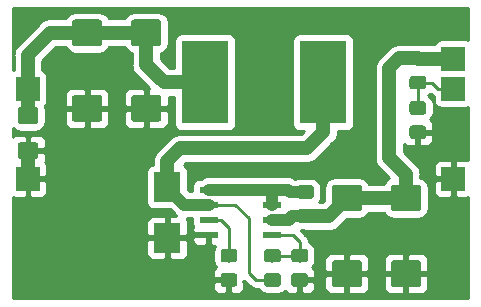
<source format=gbr>
G04 #@! TF.GenerationSoftware,KiCad,Pcbnew,5.0.2-bee76a0~70~ubuntu18.04.1*
G04 #@! TF.CreationDate,2019-06-05T16:51:15+03:00*
G04 #@! TF.ProjectId,mini_DCDC,6d696e69-5f44-4434-9443-2e6b69636164,rev?*
G04 #@! TF.SameCoordinates,Original*
G04 #@! TF.FileFunction,Copper,L1,Top*
G04 #@! TF.FilePolarity,Positive*
%FSLAX46Y46*%
G04 Gerber Fmt 4.6, Leading zero omitted, Abs format (unit mm)*
G04 Created by KiCad (PCBNEW 5.0.2-bee76a0~70~ubuntu18.04.1) date Ср 05 июн 2019 16:51:15*
%MOMM*%
%LPD*%
G01*
G04 APERTURE LIST*
G04 #@! TA.AperFunction,Conductor*
%ADD10C,0.200000*%
G04 #@! TD*
G04 #@! TA.AperFunction,SMDPad,CuDef*
%ADD11C,1.150000*%
G04 #@! TD*
G04 #@! TA.AperFunction,SMDPad,CuDef*
%ADD12C,1.425000*%
G04 #@! TD*
G04 #@! TA.AperFunction,SMDPad,CuDef*
%ADD13C,2.250000*%
G04 #@! TD*
G04 #@! TA.AperFunction,SMDPad,CuDef*
%ADD14R,2.300000X2.500000*%
G04 #@! TD*
G04 #@! TA.AperFunction,SMDPad,CuDef*
%ADD15R,1.550000X0.600000*%
G04 #@! TD*
G04 #@! TA.AperFunction,ComponentPad*
%ADD16R,2.000000X2.000000*%
G04 #@! TD*
G04 #@! TA.AperFunction,SMDPad,CuDef*
%ADD17R,4.000000X7.000000*%
G04 #@! TD*
G04 #@! TA.AperFunction,Conductor*
%ADD18C,0.250000*%
G04 #@! TD*
G04 #@! TA.AperFunction,Conductor*
%ADD19C,1.000000*%
G04 #@! TD*
G04 #@! TA.AperFunction,Conductor*
%ADD20C,1.200000*%
G04 #@! TD*
G04 APERTURE END LIST*
D10*
G04 #@! TO.N,Net-(C3-Pad1)*
G04 #@! TO.C,C3*
G36*
X69474505Y-95101204D02*
X69498773Y-95104804D01*
X69522572Y-95110765D01*
X69545671Y-95119030D01*
X69567850Y-95129520D01*
X69588893Y-95142132D01*
X69608599Y-95156747D01*
X69626777Y-95173223D01*
X69643253Y-95191401D01*
X69657868Y-95211107D01*
X69670480Y-95232150D01*
X69680970Y-95254329D01*
X69689235Y-95277428D01*
X69695196Y-95301227D01*
X69698796Y-95325495D01*
X69700000Y-95349999D01*
X69700000Y-96000001D01*
X69698796Y-96024505D01*
X69695196Y-96048773D01*
X69689235Y-96072572D01*
X69680970Y-96095671D01*
X69670480Y-96117850D01*
X69657868Y-96138893D01*
X69643253Y-96158599D01*
X69626777Y-96176777D01*
X69608599Y-96193253D01*
X69588893Y-96207868D01*
X69567850Y-96220480D01*
X69545671Y-96230970D01*
X69522572Y-96239235D01*
X69498773Y-96245196D01*
X69474505Y-96248796D01*
X69450001Y-96250000D01*
X68549999Y-96250000D01*
X68525495Y-96248796D01*
X68501227Y-96245196D01*
X68477428Y-96239235D01*
X68454329Y-96230970D01*
X68432150Y-96220480D01*
X68411107Y-96207868D01*
X68391401Y-96193253D01*
X68373223Y-96176777D01*
X68356747Y-96158599D01*
X68342132Y-96138893D01*
X68329520Y-96117850D01*
X68319030Y-96095671D01*
X68310765Y-96072572D01*
X68304804Y-96048773D01*
X68301204Y-96024505D01*
X68300000Y-96000001D01*
X68300000Y-95349999D01*
X68301204Y-95325495D01*
X68304804Y-95301227D01*
X68310765Y-95277428D01*
X68319030Y-95254329D01*
X68329520Y-95232150D01*
X68342132Y-95211107D01*
X68356747Y-95191401D01*
X68373223Y-95173223D01*
X68391401Y-95156747D01*
X68411107Y-95142132D01*
X68432150Y-95129520D01*
X68454329Y-95119030D01*
X68477428Y-95110765D01*
X68501227Y-95104804D01*
X68525495Y-95101204D01*
X68549999Y-95100000D01*
X69450001Y-95100000D01*
X69474505Y-95101204D01*
X69474505Y-95101204D01*
G37*
D11*
G04 #@! TD*
G04 #@! TO.P,C3,1*
G04 #@! TO.N,Net-(C3-Pad1)*
X69000000Y-95675000D03*
D10*
G04 #@! TO.N,GNDD*
G04 #@! TO.C,C3*
G36*
X69474505Y-97151204D02*
X69498773Y-97154804D01*
X69522572Y-97160765D01*
X69545671Y-97169030D01*
X69567850Y-97179520D01*
X69588893Y-97192132D01*
X69608599Y-97206747D01*
X69626777Y-97223223D01*
X69643253Y-97241401D01*
X69657868Y-97261107D01*
X69670480Y-97282150D01*
X69680970Y-97304329D01*
X69689235Y-97327428D01*
X69695196Y-97351227D01*
X69698796Y-97375495D01*
X69700000Y-97399999D01*
X69700000Y-98050001D01*
X69698796Y-98074505D01*
X69695196Y-98098773D01*
X69689235Y-98122572D01*
X69680970Y-98145671D01*
X69670480Y-98167850D01*
X69657868Y-98188893D01*
X69643253Y-98208599D01*
X69626777Y-98226777D01*
X69608599Y-98243253D01*
X69588893Y-98257868D01*
X69567850Y-98270480D01*
X69545671Y-98280970D01*
X69522572Y-98289235D01*
X69498773Y-98295196D01*
X69474505Y-98298796D01*
X69450001Y-98300000D01*
X68549999Y-98300000D01*
X68525495Y-98298796D01*
X68501227Y-98295196D01*
X68477428Y-98289235D01*
X68454329Y-98280970D01*
X68432150Y-98270480D01*
X68411107Y-98257868D01*
X68391401Y-98243253D01*
X68373223Y-98226777D01*
X68356747Y-98208599D01*
X68342132Y-98188893D01*
X68329520Y-98167850D01*
X68319030Y-98145671D01*
X68310765Y-98122572D01*
X68304804Y-98098773D01*
X68301204Y-98074505D01*
X68300000Y-98050001D01*
X68300000Y-97399999D01*
X68301204Y-97375495D01*
X68304804Y-97351227D01*
X68310765Y-97327428D01*
X68319030Y-97304329D01*
X68329520Y-97282150D01*
X68342132Y-97261107D01*
X68356747Y-97241401D01*
X68373223Y-97223223D01*
X68391401Y-97206747D01*
X68411107Y-97192132D01*
X68432150Y-97179520D01*
X68454329Y-97169030D01*
X68477428Y-97160765D01*
X68501227Y-97154804D01*
X68525495Y-97151204D01*
X68549999Y-97150000D01*
X69450001Y-97150000D01*
X69474505Y-97151204D01*
X69474505Y-97151204D01*
G37*
D11*
G04 #@! TD*
G04 #@! TO.P,C3,2*
G04 #@! TO.N,GNDD*
X69000000Y-97725000D03*
D10*
G04 #@! TO.N,+5V*
G04 #@! TO.C,C6*
G36*
X52649504Y-83101204D02*
X52673773Y-83104804D01*
X52697571Y-83110765D01*
X52720671Y-83119030D01*
X52742849Y-83129520D01*
X52763893Y-83142133D01*
X52783598Y-83156747D01*
X52801777Y-83173223D01*
X52818253Y-83191402D01*
X52832867Y-83211107D01*
X52845480Y-83232151D01*
X52855970Y-83254329D01*
X52864235Y-83277429D01*
X52870196Y-83301227D01*
X52873796Y-83325496D01*
X52875000Y-83350000D01*
X52875000Y-84275000D01*
X52873796Y-84299504D01*
X52870196Y-84323773D01*
X52864235Y-84347571D01*
X52855970Y-84370671D01*
X52845480Y-84392849D01*
X52832867Y-84413893D01*
X52818253Y-84433598D01*
X52801777Y-84451777D01*
X52783598Y-84468253D01*
X52763893Y-84482867D01*
X52742849Y-84495480D01*
X52720671Y-84505970D01*
X52697571Y-84514235D01*
X52673773Y-84520196D01*
X52649504Y-84523796D01*
X52625000Y-84525000D01*
X51375000Y-84525000D01*
X51350496Y-84523796D01*
X51326227Y-84520196D01*
X51302429Y-84514235D01*
X51279329Y-84505970D01*
X51257151Y-84495480D01*
X51236107Y-84482867D01*
X51216402Y-84468253D01*
X51198223Y-84451777D01*
X51181747Y-84433598D01*
X51167133Y-84413893D01*
X51154520Y-84392849D01*
X51144030Y-84370671D01*
X51135765Y-84347571D01*
X51129804Y-84323773D01*
X51126204Y-84299504D01*
X51125000Y-84275000D01*
X51125000Y-83350000D01*
X51126204Y-83325496D01*
X51129804Y-83301227D01*
X51135765Y-83277429D01*
X51144030Y-83254329D01*
X51154520Y-83232151D01*
X51167133Y-83211107D01*
X51181747Y-83191402D01*
X51198223Y-83173223D01*
X51216402Y-83156747D01*
X51236107Y-83142133D01*
X51257151Y-83129520D01*
X51279329Y-83119030D01*
X51302429Y-83110765D01*
X51326227Y-83104804D01*
X51350496Y-83101204D01*
X51375000Y-83100000D01*
X52625000Y-83100000D01*
X52649504Y-83101204D01*
X52649504Y-83101204D01*
G37*
D12*
G04 #@! TD*
G04 #@! TO.P,C6,1*
G04 #@! TO.N,+5V*
X52000000Y-83812500D03*
D10*
G04 #@! TO.N,GNDD*
G04 #@! TO.C,C6*
G36*
X52649504Y-86076204D02*
X52673773Y-86079804D01*
X52697571Y-86085765D01*
X52720671Y-86094030D01*
X52742849Y-86104520D01*
X52763893Y-86117133D01*
X52783598Y-86131747D01*
X52801777Y-86148223D01*
X52818253Y-86166402D01*
X52832867Y-86186107D01*
X52845480Y-86207151D01*
X52855970Y-86229329D01*
X52864235Y-86252429D01*
X52870196Y-86276227D01*
X52873796Y-86300496D01*
X52875000Y-86325000D01*
X52875000Y-87250000D01*
X52873796Y-87274504D01*
X52870196Y-87298773D01*
X52864235Y-87322571D01*
X52855970Y-87345671D01*
X52845480Y-87367849D01*
X52832867Y-87388893D01*
X52818253Y-87408598D01*
X52801777Y-87426777D01*
X52783598Y-87443253D01*
X52763893Y-87457867D01*
X52742849Y-87470480D01*
X52720671Y-87480970D01*
X52697571Y-87489235D01*
X52673773Y-87495196D01*
X52649504Y-87498796D01*
X52625000Y-87500000D01*
X51375000Y-87500000D01*
X51350496Y-87498796D01*
X51326227Y-87495196D01*
X51302429Y-87489235D01*
X51279329Y-87480970D01*
X51257151Y-87470480D01*
X51236107Y-87457867D01*
X51216402Y-87443253D01*
X51198223Y-87426777D01*
X51181747Y-87408598D01*
X51167133Y-87388893D01*
X51154520Y-87367849D01*
X51144030Y-87345671D01*
X51135765Y-87322571D01*
X51129804Y-87298773D01*
X51126204Y-87274504D01*
X51125000Y-87250000D01*
X51125000Y-86325000D01*
X51126204Y-86300496D01*
X51129804Y-86276227D01*
X51135765Y-86252429D01*
X51144030Y-86229329D01*
X51154520Y-86207151D01*
X51167133Y-86186107D01*
X51181747Y-86166402D01*
X51198223Y-86148223D01*
X51216402Y-86131747D01*
X51236107Y-86117133D01*
X51257151Y-86104520D01*
X51279329Y-86094030D01*
X51302429Y-86085765D01*
X51326227Y-86079804D01*
X51350496Y-86076204D01*
X51375000Y-86075000D01*
X52625000Y-86075000D01*
X52649504Y-86076204D01*
X52649504Y-86076204D01*
G37*
D12*
G04 #@! TD*
G04 #@! TO.P,C6,2*
G04 #@! TO.N,GNDD*
X52000000Y-86787500D03*
D10*
G04 #@! TO.N,GNDD*
G04 #@! TO.C,C1*
G36*
X80049505Y-96076204D02*
X80073773Y-96079804D01*
X80097572Y-96085765D01*
X80120671Y-96094030D01*
X80142850Y-96104520D01*
X80163893Y-96117132D01*
X80183599Y-96131747D01*
X80201777Y-96148223D01*
X80218253Y-96166401D01*
X80232868Y-96186107D01*
X80245480Y-96207150D01*
X80255970Y-96229329D01*
X80264235Y-96252428D01*
X80270196Y-96276227D01*
X80273796Y-96300495D01*
X80275000Y-96324999D01*
X80275000Y-98075001D01*
X80273796Y-98099505D01*
X80270196Y-98123773D01*
X80264235Y-98147572D01*
X80255970Y-98170671D01*
X80245480Y-98192850D01*
X80232868Y-98213893D01*
X80218253Y-98233599D01*
X80201777Y-98251777D01*
X80183599Y-98268253D01*
X80163893Y-98282868D01*
X80142850Y-98295480D01*
X80120671Y-98305970D01*
X80097572Y-98314235D01*
X80073773Y-98320196D01*
X80049505Y-98323796D01*
X80025001Y-98325000D01*
X77974999Y-98325000D01*
X77950495Y-98323796D01*
X77926227Y-98320196D01*
X77902428Y-98314235D01*
X77879329Y-98305970D01*
X77857150Y-98295480D01*
X77836107Y-98282868D01*
X77816401Y-98268253D01*
X77798223Y-98251777D01*
X77781747Y-98233599D01*
X77767132Y-98213893D01*
X77754520Y-98192850D01*
X77744030Y-98170671D01*
X77735765Y-98147572D01*
X77729804Y-98123773D01*
X77726204Y-98099505D01*
X77725000Y-98075001D01*
X77725000Y-96324999D01*
X77726204Y-96300495D01*
X77729804Y-96276227D01*
X77735765Y-96252428D01*
X77744030Y-96229329D01*
X77754520Y-96207150D01*
X77767132Y-96186107D01*
X77781747Y-96166401D01*
X77798223Y-96148223D01*
X77816401Y-96131747D01*
X77836107Y-96117132D01*
X77857150Y-96104520D01*
X77879329Y-96094030D01*
X77902428Y-96085765D01*
X77926227Y-96079804D01*
X77950495Y-96076204D01*
X77974999Y-96075000D01*
X80025001Y-96075000D01*
X80049505Y-96076204D01*
X80049505Y-96076204D01*
G37*
D13*
G04 #@! TD*
G04 #@! TO.P,C1,2*
G04 #@! TO.N,GNDD*
X79000000Y-97200000D03*
D10*
G04 #@! TO.N,Vin*
G04 #@! TO.C,C1*
G36*
X80049505Y-89676204D02*
X80073773Y-89679804D01*
X80097572Y-89685765D01*
X80120671Y-89694030D01*
X80142850Y-89704520D01*
X80163893Y-89717132D01*
X80183599Y-89731747D01*
X80201777Y-89748223D01*
X80218253Y-89766401D01*
X80232868Y-89786107D01*
X80245480Y-89807150D01*
X80255970Y-89829329D01*
X80264235Y-89852428D01*
X80270196Y-89876227D01*
X80273796Y-89900495D01*
X80275000Y-89924999D01*
X80275000Y-91675001D01*
X80273796Y-91699505D01*
X80270196Y-91723773D01*
X80264235Y-91747572D01*
X80255970Y-91770671D01*
X80245480Y-91792850D01*
X80232868Y-91813893D01*
X80218253Y-91833599D01*
X80201777Y-91851777D01*
X80183599Y-91868253D01*
X80163893Y-91882868D01*
X80142850Y-91895480D01*
X80120671Y-91905970D01*
X80097572Y-91914235D01*
X80073773Y-91920196D01*
X80049505Y-91923796D01*
X80025001Y-91925000D01*
X77974999Y-91925000D01*
X77950495Y-91923796D01*
X77926227Y-91920196D01*
X77902428Y-91914235D01*
X77879329Y-91905970D01*
X77857150Y-91895480D01*
X77836107Y-91882868D01*
X77816401Y-91868253D01*
X77798223Y-91851777D01*
X77781747Y-91833599D01*
X77767132Y-91813893D01*
X77754520Y-91792850D01*
X77744030Y-91770671D01*
X77735765Y-91747572D01*
X77729804Y-91723773D01*
X77726204Y-91699505D01*
X77725000Y-91675001D01*
X77725000Y-89924999D01*
X77726204Y-89900495D01*
X77729804Y-89876227D01*
X77735765Y-89852428D01*
X77744030Y-89829329D01*
X77754520Y-89807150D01*
X77767132Y-89786107D01*
X77781747Y-89766401D01*
X77798223Y-89748223D01*
X77816401Y-89731747D01*
X77836107Y-89717132D01*
X77857150Y-89704520D01*
X77879329Y-89694030D01*
X77902428Y-89685765D01*
X77926227Y-89679804D01*
X77950495Y-89676204D01*
X77974999Y-89675000D01*
X80025001Y-89675000D01*
X80049505Y-89676204D01*
X80049505Y-89676204D01*
G37*
D13*
G04 #@! TD*
G04 #@! TO.P,C1,1*
G04 #@! TO.N,Vin*
X79000000Y-90800000D03*
D10*
G04 #@! TO.N,Vin*
G04 #@! TO.C,C2*
G36*
X85049505Y-89676204D02*
X85073773Y-89679804D01*
X85097572Y-89685765D01*
X85120671Y-89694030D01*
X85142850Y-89704520D01*
X85163893Y-89717132D01*
X85183599Y-89731747D01*
X85201777Y-89748223D01*
X85218253Y-89766401D01*
X85232868Y-89786107D01*
X85245480Y-89807150D01*
X85255970Y-89829329D01*
X85264235Y-89852428D01*
X85270196Y-89876227D01*
X85273796Y-89900495D01*
X85275000Y-89924999D01*
X85275000Y-91675001D01*
X85273796Y-91699505D01*
X85270196Y-91723773D01*
X85264235Y-91747572D01*
X85255970Y-91770671D01*
X85245480Y-91792850D01*
X85232868Y-91813893D01*
X85218253Y-91833599D01*
X85201777Y-91851777D01*
X85183599Y-91868253D01*
X85163893Y-91882868D01*
X85142850Y-91895480D01*
X85120671Y-91905970D01*
X85097572Y-91914235D01*
X85073773Y-91920196D01*
X85049505Y-91923796D01*
X85025001Y-91925000D01*
X82974999Y-91925000D01*
X82950495Y-91923796D01*
X82926227Y-91920196D01*
X82902428Y-91914235D01*
X82879329Y-91905970D01*
X82857150Y-91895480D01*
X82836107Y-91882868D01*
X82816401Y-91868253D01*
X82798223Y-91851777D01*
X82781747Y-91833599D01*
X82767132Y-91813893D01*
X82754520Y-91792850D01*
X82744030Y-91770671D01*
X82735765Y-91747572D01*
X82729804Y-91723773D01*
X82726204Y-91699505D01*
X82725000Y-91675001D01*
X82725000Y-89924999D01*
X82726204Y-89900495D01*
X82729804Y-89876227D01*
X82735765Y-89852428D01*
X82744030Y-89829329D01*
X82754520Y-89807150D01*
X82767132Y-89786107D01*
X82781747Y-89766401D01*
X82798223Y-89748223D01*
X82816401Y-89731747D01*
X82836107Y-89717132D01*
X82857150Y-89704520D01*
X82879329Y-89694030D01*
X82902428Y-89685765D01*
X82926227Y-89679804D01*
X82950495Y-89676204D01*
X82974999Y-89675000D01*
X85025001Y-89675000D01*
X85049505Y-89676204D01*
X85049505Y-89676204D01*
G37*
D13*
G04 #@! TD*
G04 #@! TO.P,C2,1*
G04 #@! TO.N,Vin*
X84000000Y-90800000D03*
D10*
G04 #@! TO.N,GNDD*
G04 #@! TO.C,C2*
G36*
X85049505Y-96076204D02*
X85073773Y-96079804D01*
X85097572Y-96085765D01*
X85120671Y-96094030D01*
X85142850Y-96104520D01*
X85163893Y-96117132D01*
X85183599Y-96131747D01*
X85201777Y-96148223D01*
X85218253Y-96166401D01*
X85232868Y-96186107D01*
X85245480Y-96207150D01*
X85255970Y-96229329D01*
X85264235Y-96252428D01*
X85270196Y-96276227D01*
X85273796Y-96300495D01*
X85275000Y-96324999D01*
X85275000Y-98075001D01*
X85273796Y-98099505D01*
X85270196Y-98123773D01*
X85264235Y-98147572D01*
X85255970Y-98170671D01*
X85245480Y-98192850D01*
X85232868Y-98213893D01*
X85218253Y-98233599D01*
X85201777Y-98251777D01*
X85183599Y-98268253D01*
X85163893Y-98282868D01*
X85142850Y-98295480D01*
X85120671Y-98305970D01*
X85097572Y-98314235D01*
X85073773Y-98320196D01*
X85049505Y-98323796D01*
X85025001Y-98325000D01*
X82974999Y-98325000D01*
X82950495Y-98323796D01*
X82926227Y-98320196D01*
X82902428Y-98314235D01*
X82879329Y-98305970D01*
X82857150Y-98295480D01*
X82836107Y-98282868D01*
X82816401Y-98268253D01*
X82798223Y-98251777D01*
X82781747Y-98233599D01*
X82767132Y-98213893D01*
X82754520Y-98192850D01*
X82744030Y-98170671D01*
X82735765Y-98147572D01*
X82729804Y-98123773D01*
X82726204Y-98099505D01*
X82725000Y-98075001D01*
X82725000Y-96324999D01*
X82726204Y-96300495D01*
X82729804Y-96276227D01*
X82735765Y-96252428D01*
X82744030Y-96229329D01*
X82754520Y-96207150D01*
X82767132Y-96186107D01*
X82781747Y-96166401D01*
X82798223Y-96148223D01*
X82816401Y-96131747D01*
X82836107Y-96117132D01*
X82857150Y-96104520D01*
X82879329Y-96094030D01*
X82902428Y-96085765D01*
X82926227Y-96079804D01*
X82950495Y-96076204D01*
X82974999Y-96075000D01*
X85025001Y-96075000D01*
X85049505Y-96076204D01*
X85049505Y-96076204D01*
G37*
D13*
G04 #@! TD*
G04 #@! TO.P,C2,2*
G04 #@! TO.N,GNDD*
X84000000Y-97200000D03*
D10*
G04 #@! TO.N,GNDD*
G04 #@! TO.C,C4*
G36*
X63049505Y-82076204D02*
X63073773Y-82079804D01*
X63097572Y-82085765D01*
X63120671Y-82094030D01*
X63142850Y-82104520D01*
X63163893Y-82117132D01*
X63183599Y-82131747D01*
X63201777Y-82148223D01*
X63218253Y-82166401D01*
X63232868Y-82186107D01*
X63245480Y-82207150D01*
X63255970Y-82229329D01*
X63264235Y-82252428D01*
X63270196Y-82276227D01*
X63273796Y-82300495D01*
X63275000Y-82324999D01*
X63275000Y-84075001D01*
X63273796Y-84099505D01*
X63270196Y-84123773D01*
X63264235Y-84147572D01*
X63255970Y-84170671D01*
X63245480Y-84192850D01*
X63232868Y-84213893D01*
X63218253Y-84233599D01*
X63201777Y-84251777D01*
X63183599Y-84268253D01*
X63163893Y-84282868D01*
X63142850Y-84295480D01*
X63120671Y-84305970D01*
X63097572Y-84314235D01*
X63073773Y-84320196D01*
X63049505Y-84323796D01*
X63025001Y-84325000D01*
X60974999Y-84325000D01*
X60950495Y-84323796D01*
X60926227Y-84320196D01*
X60902428Y-84314235D01*
X60879329Y-84305970D01*
X60857150Y-84295480D01*
X60836107Y-84282868D01*
X60816401Y-84268253D01*
X60798223Y-84251777D01*
X60781747Y-84233599D01*
X60767132Y-84213893D01*
X60754520Y-84192850D01*
X60744030Y-84170671D01*
X60735765Y-84147572D01*
X60729804Y-84123773D01*
X60726204Y-84099505D01*
X60725000Y-84075001D01*
X60725000Y-82324999D01*
X60726204Y-82300495D01*
X60729804Y-82276227D01*
X60735765Y-82252428D01*
X60744030Y-82229329D01*
X60754520Y-82207150D01*
X60767132Y-82186107D01*
X60781747Y-82166401D01*
X60798223Y-82148223D01*
X60816401Y-82131747D01*
X60836107Y-82117132D01*
X60857150Y-82104520D01*
X60879329Y-82094030D01*
X60902428Y-82085765D01*
X60926227Y-82079804D01*
X60950495Y-82076204D01*
X60974999Y-82075000D01*
X63025001Y-82075000D01*
X63049505Y-82076204D01*
X63049505Y-82076204D01*
G37*
D13*
G04 #@! TD*
G04 #@! TO.P,C4,2*
G04 #@! TO.N,GNDD*
X62000000Y-83200000D03*
D10*
G04 #@! TO.N,+5V*
G04 #@! TO.C,C4*
G36*
X63049505Y-75676204D02*
X63073773Y-75679804D01*
X63097572Y-75685765D01*
X63120671Y-75694030D01*
X63142850Y-75704520D01*
X63163893Y-75717132D01*
X63183599Y-75731747D01*
X63201777Y-75748223D01*
X63218253Y-75766401D01*
X63232868Y-75786107D01*
X63245480Y-75807150D01*
X63255970Y-75829329D01*
X63264235Y-75852428D01*
X63270196Y-75876227D01*
X63273796Y-75900495D01*
X63275000Y-75924999D01*
X63275000Y-77675001D01*
X63273796Y-77699505D01*
X63270196Y-77723773D01*
X63264235Y-77747572D01*
X63255970Y-77770671D01*
X63245480Y-77792850D01*
X63232868Y-77813893D01*
X63218253Y-77833599D01*
X63201777Y-77851777D01*
X63183599Y-77868253D01*
X63163893Y-77882868D01*
X63142850Y-77895480D01*
X63120671Y-77905970D01*
X63097572Y-77914235D01*
X63073773Y-77920196D01*
X63049505Y-77923796D01*
X63025001Y-77925000D01*
X60974999Y-77925000D01*
X60950495Y-77923796D01*
X60926227Y-77920196D01*
X60902428Y-77914235D01*
X60879329Y-77905970D01*
X60857150Y-77895480D01*
X60836107Y-77882868D01*
X60816401Y-77868253D01*
X60798223Y-77851777D01*
X60781747Y-77833599D01*
X60767132Y-77813893D01*
X60754520Y-77792850D01*
X60744030Y-77770671D01*
X60735765Y-77747572D01*
X60729804Y-77723773D01*
X60726204Y-77699505D01*
X60725000Y-77675001D01*
X60725000Y-75924999D01*
X60726204Y-75900495D01*
X60729804Y-75876227D01*
X60735765Y-75852428D01*
X60744030Y-75829329D01*
X60754520Y-75807150D01*
X60767132Y-75786107D01*
X60781747Y-75766401D01*
X60798223Y-75748223D01*
X60816401Y-75731747D01*
X60836107Y-75717132D01*
X60857150Y-75704520D01*
X60879329Y-75694030D01*
X60902428Y-75685765D01*
X60926227Y-75679804D01*
X60950495Y-75676204D01*
X60974999Y-75675000D01*
X63025001Y-75675000D01*
X63049505Y-75676204D01*
X63049505Y-75676204D01*
G37*
D13*
G04 #@! TD*
G04 #@! TO.P,C4,1*
G04 #@! TO.N,+5V*
X62000000Y-76800000D03*
D10*
G04 #@! TO.N,+5V*
G04 #@! TO.C,C5*
G36*
X58049505Y-75676204D02*
X58073773Y-75679804D01*
X58097572Y-75685765D01*
X58120671Y-75694030D01*
X58142850Y-75704520D01*
X58163893Y-75717132D01*
X58183599Y-75731747D01*
X58201777Y-75748223D01*
X58218253Y-75766401D01*
X58232868Y-75786107D01*
X58245480Y-75807150D01*
X58255970Y-75829329D01*
X58264235Y-75852428D01*
X58270196Y-75876227D01*
X58273796Y-75900495D01*
X58275000Y-75924999D01*
X58275000Y-77675001D01*
X58273796Y-77699505D01*
X58270196Y-77723773D01*
X58264235Y-77747572D01*
X58255970Y-77770671D01*
X58245480Y-77792850D01*
X58232868Y-77813893D01*
X58218253Y-77833599D01*
X58201777Y-77851777D01*
X58183599Y-77868253D01*
X58163893Y-77882868D01*
X58142850Y-77895480D01*
X58120671Y-77905970D01*
X58097572Y-77914235D01*
X58073773Y-77920196D01*
X58049505Y-77923796D01*
X58025001Y-77925000D01*
X55974999Y-77925000D01*
X55950495Y-77923796D01*
X55926227Y-77920196D01*
X55902428Y-77914235D01*
X55879329Y-77905970D01*
X55857150Y-77895480D01*
X55836107Y-77882868D01*
X55816401Y-77868253D01*
X55798223Y-77851777D01*
X55781747Y-77833599D01*
X55767132Y-77813893D01*
X55754520Y-77792850D01*
X55744030Y-77770671D01*
X55735765Y-77747572D01*
X55729804Y-77723773D01*
X55726204Y-77699505D01*
X55725000Y-77675001D01*
X55725000Y-75924999D01*
X55726204Y-75900495D01*
X55729804Y-75876227D01*
X55735765Y-75852428D01*
X55744030Y-75829329D01*
X55754520Y-75807150D01*
X55767132Y-75786107D01*
X55781747Y-75766401D01*
X55798223Y-75748223D01*
X55816401Y-75731747D01*
X55836107Y-75717132D01*
X55857150Y-75704520D01*
X55879329Y-75694030D01*
X55902428Y-75685765D01*
X55926227Y-75679804D01*
X55950495Y-75676204D01*
X55974999Y-75675000D01*
X58025001Y-75675000D01*
X58049505Y-75676204D01*
X58049505Y-75676204D01*
G37*
D13*
G04 #@! TD*
G04 #@! TO.P,C5,1*
G04 #@! TO.N,+5V*
X57000000Y-76800000D03*
D10*
G04 #@! TO.N,GNDD*
G04 #@! TO.C,C5*
G36*
X58049505Y-82076204D02*
X58073773Y-82079804D01*
X58097572Y-82085765D01*
X58120671Y-82094030D01*
X58142850Y-82104520D01*
X58163893Y-82117132D01*
X58183599Y-82131747D01*
X58201777Y-82148223D01*
X58218253Y-82166401D01*
X58232868Y-82186107D01*
X58245480Y-82207150D01*
X58255970Y-82229329D01*
X58264235Y-82252428D01*
X58270196Y-82276227D01*
X58273796Y-82300495D01*
X58275000Y-82324999D01*
X58275000Y-84075001D01*
X58273796Y-84099505D01*
X58270196Y-84123773D01*
X58264235Y-84147572D01*
X58255970Y-84170671D01*
X58245480Y-84192850D01*
X58232868Y-84213893D01*
X58218253Y-84233599D01*
X58201777Y-84251777D01*
X58183599Y-84268253D01*
X58163893Y-84282868D01*
X58142850Y-84295480D01*
X58120671Y-84305970D01*
X58097572Y-84314235D01*
X58073773Y-84320196D01*
X58049505Y-84323796D01*
X58025001Y-84325000D01*
X55974999Y-84325000D01*
X55950495Y-84323796D01*
X55926227Y-84320196D01*
X55902428Y-84314235D01*
X55879329Y-84305970D01*
X55857150Y-84295480D01*
X55836107Y-84282868D01*
X55816401Y-84268253D01*
X55798223Y-84251777D01*
X55781747Y-84233599D01*
X55767132Y-84213893D01*
X55754520Y-84192850D01*
X55744030Y-84170671D01*
X55735765Y-84147572D01*
X55729804Y-84123773D01*
X55726204Y-84099505D01*
X55725000Y-84075001D01*
X55725000Y-82324999D01*
X55726204Y-82300495D01*
X55729804Y-82276227D01*
X55735765Y-82252428D01*
X55744030Y-82229329D01*
X55754520Y-82207150D01*
X55767132Y-82186107D01*
X55781747Y-82166401D01*
X55798223Y-82148223D01*
X55816401Y-82131747D01*
X55836107Y-82117132D01*
X55857150Y-82104520D01*
X55879329Y-82094030D01*
X55902428Y-82085765D01*
X55926227Y-82079804D01*
X55950495Y-82076204D01*
X55974999Y-82075000D01*
X58025001Y-82075000D01*
X58049505Y-82076204D01*
X58049505Y-82076204D01*
G37*
D13*
G04 #@! TD*
G04 #@! TO.P,C5,2*
G04 #@! TO.N,GNDD*
X57000000Y-83200000D03*
D14*
G04 #@! TO.P,D1,1*
G04 #@! TO.N,Net-(D1-Pad1)*
X63800000Y-89850000D03*
G04 #@! TO.P,D1,2*
G04 #@! TO.N,GNDD*
X63800000Y-94150000D03*
G04 #@! TD*
D15*
G04 #@! TO.P,U1,1*
G04 #@! TO.N,Net-(R1-Pad2)*
X67300000Y-90095000D03*
G04 #@! TO.P,U1,2*
G04 #@! TO.N,Net-(D1-Pad1)*
X67300000Y-91365000D03*
G04 #@! TO.P,U1,3*
G04 #@! TO.N,Net-(C3-Pad1)*
X67300000Y-92635000D03*
G04 #@! TO.P,U1,4*
G04 #@! TO.N,GNDD*
X67300000Y-93905000D03*
G04 #@! TO.P,U1,5*
G04 #@! TO.N,Net-(R3-Pad2)*
X72700000Y-93905000D03*
G04 #@! TO.P,U1,6*
G04 #@! TO.N,Vin*
X72700000Y-92635000D03*
G04 #@! TO.P,U1,7*
G04 #@! TO.N,Net-(R1-Pad2)*
X72700000Y-91365000D03*
G04 #@! TO.P,U1,8*
X72700000Y-90095000D03*
G04 #@! TD*
D10*
G04 #@! TO.N,Net-(R3-Pad2)*
G04 #@! TO.C,R5*
G36*
X75474505Y-95101204D02*
X75498773Y-95104804D01*
X75522572Y-95110765D01*
X75545671Y-95119030D01*
X75567850Y-95129520D01*
X75588893Y-95142132D01*
X75608599Y-95156747D01*
X75626777Y-95173223D01*
X75643253Y-95191401D01*
X75657868Y-95211107D01*
X75670480Y-95232150D01*
X75680970Y-95254329D01*
X75689235Y-95277428D01*
X75695196Y-95301227D01*
X75698796Y-95325495D01*
X75700000Y-95349999D01*
X75700000Y-96000001D01*
X75698796Y-96024505D01*
X75695196Y-96048773D01*
X75689235Y-96072572D01*
X75680970Y-96095671D01*
X75670480Y-96117850D01*
X75657868Y-96138893D01*
X75643253Y-96158599D01*
X75626777Y-96176777D01*
X75608599Y-96193253D01*
X75588893Y-96207868D01*
X75567850Y-96220480D01*
X75545671Y-96230970D01*
X75522572Y-96239235D01*
X75498773Y-96245196D01*
X75474505Y-96248796D01*
X75450001Y-96250000D01*
X74549999Y-96250000D01*
X74525495Y-96248796D01*
X74501227Y-96245196D01*
X74477428Y-96239235D01*
X74454329Y-96230970D01*
X74432150Y-96220480D01*
X74411107Y-96207868D01*
X74391401Y-96193253D01*
X74373223Y-96176777D01*
X74356747Y-96158599D01*
X74342132Y-96138893D01*
X74329520Y-96117850D01*
X74319030Y-96095671D01*
X74310765Y-96072572D01*
X74304804Y-96048773D01*
X74301204Y-96024505D01*
X74300000Y-96000001D01*
X74300000Y-95349999D01*
X74301204Y-95325495D01*
X74304804Y-95301227D01*
X74310765Y-95277428D01*
X74319030Y-95254329D01*
X74329520Y-95232150D01*
X74342132Y-95211107D01*
X74356747Y-95191401D01*
X74373223Y-95173223D01*
X74391401Y-95156747D01*
X74411107Y-95142132D01*
X74432150Y-95129520D01*
X74454329Y-95119030D01*
X74477428Y-95110765D01*
X74501227Y-95104804D01*
X74525495Y-95101204D01*
X74549999Y-95100000D01*
X75450001Y-95100000D01*
X75474505Y-95101204D01*
X75474505Y-95101204D01*
G37*
D11*
G04 #@! TD*
G04 #@! TO.P,R5,1*
G04 #@! TO.N,Net-(R3-Pad2)*
X75000000Y-95675000D03*
D10*
G04 #@! TO.N,GNDD*
G04 #@! TO.C,R5*
G36*
X75474505Y-97151204D02*
X75498773Y-97154804D01*
X75522572Y-97160765D01*
X75545671Y-97169030D01*
X75567850Y-97179520D01*
X75588893Y-97192132D01*
X75608599Y-97206747D01*
X75626777Y-97223223D01*
X75643253Y-97241401D01*
X75657868Y-97261107D01*
X75670480Y-97282150D01*
X75680970Y-97304329D01*
X75689235Y-97327428D01*
X75695196Y-97351227D01*
X75698796Y-97375495D01*
X75700000Y-97399999D01*
X75700000Y-98050001D01*
X75698796Y-98074505D01*
X75695196Y-98098773D01*
X75689235Y-98122572D01*
X75680970Y-98145671D01*
X75670480Y-98167850D01*
X75657868Y-98188893D01*
X75643253Y-98208599D01*
X75626777Y-98226777D01*
X75608599Y-98243253D01*
X75588893Y-98257868D01*
X75567850Y-98270480D01*
X75545671Y-98280970D01*
X75522572Y-98289235D01*
X75498773Y-98295196D01*
X75474505Y-98298796D01*
X75450001Y-98300000D01*
X74549999Y-98300000D01*
X74525495Y-98298796D01*
X74501227Y-98295196D01*
X74477428Y-98289235D01*
X74454329Y-98280970D01*
X74432150Y-98270480D01*
X74411107Y-98257868D01*
X74391401Y-98243253D01*
X74373223Y-98226777D01*
X74356747Y-98208599D01*
X74342132Y-98188893D01*
X74329520Y-98167850D01*
X74319030Y-98145671D01*
X74310765Y-98122572D01*
X74304804Y-98098773D01*
X74301204Y-98074505D01*
X74300000Y-98050001D01*
X74300000Y-97399999D01*
X74301204Y-97375495D01*
X74304804Y-97351227D01*
X74310765Y-97327428D01*
X74319030Y-97304329D01*
X74329520Y-97282150D01*
X74342132Y-97261107D01*
X74356747Y-97241401D01*
X74373223Y-97223223D01*
X74391401Y-97206747D01*
X74411107Y-97192132D01*
X74432150Y-97179520D01*
X74454329Y-97169030D01*
X74477428Y-97160765D01*
X74501227Y-97154804D01*
X74525495Y-97151204D01*
X74549999Y-97150000D01*
X75450001Y-97150000D01*
X75474505Y-97151204D01*
X75474505Y-97151204D01*
G37*
D11*
G04 #@! TD*
G04 #@! TO.P,R5,2*
G04 #@! TO.N,GNDD*
X75000000Y-97725000D03*
D10*
G04 #@! TO.N,GNDD*
G04 #@! TO.C,R4*
G36*
X85474505Y-84651204D02*
X85498773Y-84654804D01*
X85522572Y-84660765D01*
X85545671Y-84669030D01*
X85567850Y-84679520D01*
X85588893Y-84692132D01*
X85608599Y-84706747D01*
X85626777Y-84723223D01*
X85643253Y-84741401D01*
X85657868Y-84761107D01*
X85670480Y-84782150D01*
X85680970Y-84804329D01*
X85689235Y-84827428D01*
X85695196Y-84851227D01*
X85698796Y-84875495D01*
X85700000Y-84899999D01*
X85700000Y-85550001D01*
X85698796Y-85574505D01*
X85695196Y-85598773D01*
X85689235Y-85622572D01*
X85680970Y-85645671D01*
X85670480Y-85667850D01*
X85657868Y-85688893D01*
X85643253Y-85708599D01*
X85626777Y-85726777D01*
X85608599Y-85743253D01*
X85588893Y-85757868D01*
X85567850Y-85770480D01*
X85545671Y-85780970D01*
X85522572Y-85789235D01*
X85498773Y-85795196D01*
X85474505Y-85798796D01*
X85450001Y-85800000D01*
X84549999Y-85800000D01*
X84525495Y-85798796D01*
X84501227Y-85795196D01*
X84477428Y-85789235D01*
X84454329Y-85780970D01*
X84432150Y-85770480D01*
X84411107Y-85757868D01*
X84391401Y-85743253D01*
X84373223Y-85726777D01*
X84356747Y-85708599D01*
X84342132Y-85688893D01*
X84329520Y-85667850D01*
X84319030Y-85645671D01*
X84310765Y-85622572D01*
X84304804Y-85598773D01*
X84301204Y-85574505D01*
X84300000Y-85550001D01*
X84300000Y-84899999D01*
X84301204Y-84875495D01*
X84304804Y-84851227D01*
X84310765Y-84827428D01*
X84319030Y-84804329D01*
X84329520Y-84782150D01*
X84342132Y-84761107D01*
X84356747Y-84741401D01*
X84373223Y-84723223D01*
X84391401Y-84706747D01*
X84411107Y-84692132D01*
X84432150Y-84679520D01*
X84454329Y-84669030D01*
X84477428Y-84660765D01*
X84501227Y-84654804D01*
X84525495Y-84651204D01*
X84549999Y-84650000D01*
X85450001Y-84650000D01*
X85474505Y-84651204D01*
X85474505Y-84651204D01*
G37*
D11*
G04 #@! TD*
G04 #@! TO.P,R4,2*
G04 #@! TO.N,GNDD*
X85000000Y-85225000D03*
D10*
G04 #@! TO.N,Vin_sense*
G04 #@! TO.C,R4*
G36*
X85474505Y-82601204D02*
X85498773Y-82604804D01*
X85522572Y-82610765D01*
X85545671Y-82619030D01*
X85567850Y-82629520D01*
X85588893Y-82642132D01*
X85608599Y-82656747D01*
X85626777Y-82673223D01*
X85643253Y-82691401D01*
X85657868Y-82711107D01*
X85670480Y-82732150D01*
X85680970Y-82754329D01*
X85689235Y-82777428D01*
X85695196Y-82801227D01*
X85698796Y-82825495D01*
X85700000Y-82849999D01*
X85700000Y-83500001D01*
X85698796Y-83524505D01*
X85695196Y-83548773D01*
X85689235Y-83572572D01*
X85680970Y-83595671D01*
X85670480Y-83617850D01*
X85657868Y-83638893D01*
X85643253Y-83658599D01*
X85626777Y-83676777D01*
X85608599Y-83693253D01*
X85588893Y-83707868D01*
X85567850Y-83720480D01*
X85545671Y-83730970D01*
X85522572Y-83739235D01*
X85498773Y-83745196D01*
X85474505Y-83748796D01*
X85450001Y-83750000D01*
X84549999Y-83750000D01*
X84525495Y-83748796D01*
X84501227Y-83745196D01*
X84477428Y-83739235D01*
X84454329Y-83730970D01*
X84432150Y-83720480D01*
X84411107Y-83707868D01*
X84391401Y-83693253D01*
X84373223Y-83676777D01*
X84356747Y-83658599D01*
X84342132Y-83638893D01*
X84329520Y-83617850D01*
X84319030Y-83595671D01*
X84310765Y-83572572D01*
X84304804Y-83548773D01*
X84301204Y-83524505D01*
X84300000Y-83500001D01*
X84300000Y-82849999D01*
X84301204Y-82825495D01*
X84304804Y-82801227D01*
X84310765Y-82777428D01*
X84319030Y-82754329D01*
X84329520Y-82732150D01*
X84342132Y-82711107D01*
X84356747Y-82691401D01*
X84373223Y-82673223D01*
X84391401Y-82656747D01*
X84411107Y-82642132D01*
X84432150Y-82629520D01*
X84454329Y-82619030D01*
X84477428Y-82610765D01*
X84501227Y-82604804D01*
X84525495Y-82601204D01*
X84549999Y-82600000D01*
X85450001Y-82600000D01*
X85474505Y-82601204D01*
X85474505Y-82601204D01*
G37*
D11*
G04 #@! TD*
G04 #@! TO.P,R4,1*
G04 #@! TO.N,Vin_sense*
X85000000Y-83175000D03*
D10*
G04 #@! TO.N,Net-(D1-Pad1)*
G04 #@! TO.C,R3*
G36*
X73174505Y-97151204D02*
X73198773Y-97154804D01*
X73222572Y-97160765D01*
X73245671Y-97169030D01*
X73267850Y-97179520D01*
X73288893Y-97192132D01*
X73308599Y-97206747D01*
X73326777Y-97223223D01*
X73343253Y-97241401D01*
X73357868Y-97261107D01*
X73370480Y-97282150D01*
X73380970Y-97304329D01*
X73389235Y-97327428D01*
X73395196Y-97351227D01*
X73398796Y-97375495D01*
X73400000Y-97399999D01*
X73400000Y-98050001D01*
X73398796Y-98074505D01*
X73395196Y-98098773D01*
X73389235Y-98122572D01*
X73380970Y-98145671D01*
X73370480Y-98167850D01*
X73357868Y-98188893D01*
X73343253Y-98208599D01*
X73326777Y-98226777D01*
X73308599Y-98243253D01*
X73288893Y-98257868D01*
X73267850Y-98270480D01*
X73245671Y-98280970D01*
X73222572Y-98289235D01*
X73198773Y-98295196D01*
X73174505Y-98298796D01*
X73150001Y-98300000D01*
X72249999Y-98300000D01*
X72225495Y-98298796D01*
X72201227Y-98295196D01*
X72177428Y-98289235D01*
X72154329Y-98280970D01*
X72132150Y-98270480D01*
X72111107Y-98257868D01*
X72091401Y-98243253D01*
X72073223Y-98226777D01*
X72056747Y-98208599D01*
X72042132Y-98188893D01*
X72029520Y-98167850D01*
X72019030Y-98145671D01*
X72010765Y-98122572D01*
X72004804Y-98098773D01*
X72001204Y-98074505D01*
X72000000Y-98050001D01*
X72000000Y-97399999D01*
X72001204Y-97375495D01*
X72004804Y-97351227D01*
X72010765Y-97327428D01*
X72019030Y-97304329D01*
X72029520Y-97282150D01*
X72042132Y-97261107D01*
X72056747Y-97241401D01*
X72073223Y-97223223D01*
X72091401Y-97206747D01*
X72111107Y-97192132D01*
X72132150Y-97179520D01*
X72154329Y-97169030D01*
X72177428Y-97160765D01*
X72201227Y-97154804D01*
X72225495Y-97151204D01*
X72249999Y-97150000D01*
X73150001Y-97150000D01*
X73174505Y-97151204D01*
X73174505Y-97151204D01*
G37*
D11*
G04 #@! TD*
G04 #@! TO.P,R3,1*
G04 #@! TO.N,Net-(D1-Pad1)*
X72700000Y-97725000D03*
D10*
G04 #@! TO.N,Net-(R3-Pad2)*
G04 #@! TO.C,R3*
G36*
X73174505Y-95101204D02*
X73198773Y-95104804D01*
X73222572Y-95110765D01*
X73245671Y-95119030D01*
X73267850Y-95129520D01*
X73288893Y-95142132D01*
X73308599Y-95156747D01*
X73326777Y-95173223D01*
X73343253Y-95191401D01*
X73357868Y-95211107D01*
X73370480Y-95232150D01*
X73380970Y-95254329D01*
X73389235Y-95277428D01*
X73395196Y-95301227D01*
X73398796Y-95325495D01*
X73400000Y-95349999D01*
X73400000Y-96000001D01*
X73398796Y-96024505D01*
X73395196Y-96048773D01*
X73389235Y-96072572D01*
X73380970Y-96095671D01*
X73370480Y-96117850D01*
X73357868Y-96138893D01*
X73343253Y-96158599D01*
X73326777Y-96176777D01*
X73308599Y-96193253D01*
X73288893Y-96207868D01*
X73267850Y-96220480D01*
X73245671Y-96230970D01*
X73222572Y-96239235D01*
X73198773Y-96245196D01*
X73174505Y-96248796D01*
X73150001Y-96250000D01*
X72249999Y-96250000D01*
X72225495Y-96248796D01*
X72201227Y-96245196D01*
X72177428Y-96239235D01*
X72154329Y-96230970D01*
X72132150Y-96220480D01*
X72111107Y-96207868D01*
X72091401Y-96193253D01*
X72073223Y-96176777D01*
X72056747Y-96158599D01*
X72042132Y-96138893D01*
X72029520Y-96117850D01*
X72019030Y-96095671D01*
X72010765Y-96072572D01*
X72004804Y-96048773D01*
X72001204Y-96024505D01*
X72000000Y-96000001D01*
X72000000Y-95349999D01*
X72001204Y-95325495D01*
X72004804Y-95301227D01*
X72010765Y-95277428D01*
X72019030Y-95254329D01*
X72029520Y-95232150D01*
X72042132Y-95211107D01*
X72056747Y-95191401D01*
X72073223Y-95173223D01*
X72091401Y-95156747D01*
X72111107Y-95142132D01*
X72132150Y-95129520D01*
X72154329Y-95119030D01*
X72177428Y-95110765D01*
X72201227Y-95104804D01*
X72225495Y-95101204D01*
X72249999Y-95100000D01*
X73150001Y-95100000D01*
X73174505Y-95101204D01*
X73174505Y-95101204D01*
G37*
D11*
G04 #@! TD*
G04 #@! TO.P,R3,2*
G04 #@! TO.N,Net-(R3-Pad2)*
X72700000Y-95675000D03*
D10*
G04 #@! TO.N,Net-(R1-Pad2)*
G04 #@! TO.C,R1*
G36*
X75974505Y-89701204D02*
X75998773Y-89704804D01*
X76022572Y-89710765D01*
X76045671Y-89719030D01*
X76067850Y-89729520D01*
X76088893Y-89742132D01*
X76108599Y-89756747D01*
X76126777Y-89773223D01*
X76143253Y-89791401D01*
X76157868Y-89811107D01*
X76170480Y-89832150D01*
X76180970Y-89854329D01*
X76189235Y-89877428D01*
X76195196Y-89901227D01*
X76198796Y-89925495D01*
X76200000Y-89949999D01*
X76200000Y-90600001D01*
X76198796Y-90624505D01*
X76195196Y-90648773D01*
X76189235Y-90672572D01*
X76180970Y-90695671D01*
X76170480Y-90717850D01*
X76157868Y-90738893D01*
X76143253Y-90758599D01*
X76126777Y-90776777D01*
X76108599Y-90793253D01*
X76088893Y-90807868D01*
X76067850Y-90820480D01*
X76045671Y-90830970D01*
X76022572Y-90839235D01*
X75998773Y-90845196D01*
X75974505Y-90848796D01*
X75950001Y-90850000D01*
X75049999Y-90850000D01*
X75025495Y-90848796D01*
X75001227Y-90845196D01*
X74977428Y-90839235D01*
X74954329Y-90830970D01*
X74932150Y-90820480D01*
X74911107Y-90807868D01*
X74891401Y-90793253D01*
X74873223Y-90776777D01*
X74856747Y-90758599D01*
X74842132Y-90738893D01*
X74829520Y-90717850D01*
X74819030Y-90695671D01*
X74810765Y-90672572D01*
X74804804Y-90648773D01*
X74801204Y-90624505D01*
X74800000Y-90600001D01*
X74800000Y-89949999D01*
X74801204Y-89925495D01*
X74804804Y-89901227D01*
X74810765Y-89877428D01*
X74819030Y-89854329D01*
X74829520Y-89832150D01*
X74842132Y-89811107D01*
X74856747Y-89791401D01*
X74873223Y-89773223D01*
X74891401Y-89756747D01*
X74911107Y-89742132D01*
X74932150Y-89729520D01*
X74954329Y-89719030D01*
X74977428Y-89710765D01*
X75001227Y-89704804D01*
X75025495Y-89701204D01*
X75049999Y-89700000D01*
X75950001Y-89700000D01*
X75974505Y-89701204D01*
X75974505Y-89701204D01*
G37*
D11*
G04 #@! TD*
G04 #@! TO.P,R1,2*
G04 #@! TO.N,Net-(R1-Pad2)*
X75500000Y-90275000D03*
D10*
G04 #@! TO.N,Vin*
G04 #@! TO.C,R1*
G36*
X75974505Y-91751204D02*
X75998773Y-91754804D01*
X76022572Y-91760765D01*
X76045671Y-91769030D01*
X76067850Y-91779520D01*
X76088893Y-91792132D01*
X76108599Y-91806747D01*
X76126777Y-91823223D01*
X76143253Y-91841401D01*
X76157868Y-91861107D01*
X76170480Y-91882150D01*
X76180970Y-91904329D01*
X76189235Y-91927428D01*
X76195196Y-91951227D01*
X76198796Y-91975495D01*
X76200000Y-91999999D01*
X76200000Y-92650001D01*
X76198796Y-92674505D01*
X76195196Y-92698773D01*
X76189235Y-92722572D01*
X76180970Y-92745671D01*
X76170480Y-92767850D01*
X76157868Y-92788893D01*
X76143253Y-92808599D01*
X76126777Y-92826777D01*
X76108599Y-92843253D01*
X76088893Y-92857868D01*
X76067850Y-92870480D01*
X76045671Y-92880970D01*
X76022572Y-92889235D01*
X75998773Y-92895196D01*
X75974505Y-92898796D01*
X75950001Y-92900000D01*
X75049999Y-92900000D01*
X75025495Y-92898796D01*
X75001227Y-92895196D01*
X74977428Y-92889235D01*
X74954329Y-92880970D01*
X74932150Y-92870480D01*
X74911107Y-92857868D01*
X74891401Y-92843253D01*
X74873223Y-92826777D01*
X74856747Y-92808599D01*
X74842132Y-92788893D01*
X74829520Y-92767850D01*
X74819030Y-92745671D01*
X74810765Y-92722572D01*
X74804804Y-92698773D01*
X74801204Y-92674505D01*
X74800000Y-92650001D01*
X74800000Y-91999999D01*
X74801204Y-91975495D01*
X74804804Y-91951227D01*
X74810765Y-91927428D01*
X74819030Y-91904329D01*
X74829520Y-91882150D01*
X74842132Y-91861107D01*
X74856747Y-91841401D01*
X74873223Y-91823223D01*
X74891401Y-91806747D01*
X74911107Y-91792132D01*
X74932150Y-91779520D01*
X74954329Y-91769030D01*
X74977428Y-91760765D01*
X75001227Y-91754804D01*
X75025495Y-91751204D01*
X75049999Y-91750000D01*
X75950001Y-91750000D01*
X75974505Y-91751204D01*
X75974505Y-91751204D01*
G37*
D11*
G04 #@! TD*
G04 #@! TO.P,R1,1*
G04 #@! TO.N,Vin*
X75500000Y-92325000D03*
D10*
G04 #@! TO.N,Vin*
G04 #@! TO.C,R2*
G36*
X85474505Y-78401204D02*
X85498773Y-78404804D01*
X85522572Y-78410765D01*
X85545671Y-78419030D01*
X85567850Y-78429520D01*
X85588893Y-78442132D01*
X85608599Y-78456747D01*
X85626777Y-78473223D01*
X85643253Y-78491401D01*
X85657868Y-78511107D01*
X85670480Y-78532150D01*
X85680970Y-78554329D01*
X85689235Y-78577428D01*
X85695196Y-78601227D01*
X85698796Y-78625495D01*
X85700000Y-78649999D01*
X85700000Y-79300001D01*
X85698796Y-79324505D01*
X85695196Y-79348773D01*
X85689235Y-79372572D01*
X85680970Y-79395671D01*
X85670480Y-79417850D01*
X85657868Y-79438893D01*
X85643253Y-79458599D01*
X85626777Y-79476777D01*
X85608599Y-79493253D01*
X85588893Y-79507868D01*
X85567850Y-79520480D01*
X85545671Y-79530970D01*
X85522572Y-79539235D01*
X85498773Y-79545196D01*
X85474505Y-79548796D01*
X85450001Y-79550000D01*
X84549999Y-79550000D01*
X84525495Y-79548796D01*
X84501227Y-79545196D01*
X84477428Y-79539235D01*
X84454329Y-79530970D01*
X84432150Y-79520480D01*
X84411107Y-79507868D01*
X84391401Y-79493253D01*
X84373223Y-79476777D01*
X84356747Y-79458599D01*
X84342132Y-79438893D01*
X84329520Y-79417850D01*
X84319030Y-79395671D01*
X84310765Y-79372572D01*
X84304804Y-79348773D01*
X84301204Y-79324505D01*
X84300000Y-79300001D01*
X84300000Y-78649999D01*
X84301204Y-78625495D01*
X84304804Y-78601227D01*
X84310765Y-78577428D01*
X84319030Y-78554329D01*
X84329520Y-78532150D01*
X84342132Y-78511107D01*
X84356747Y-78491401D01*
X84373223Y-78473223D01*
X84391401Y-78456747D01*
X84411107Y-78442132D01*
X84432150Y-78429520D01*
X84454329Y-78419030D01*
X84477428Y-78410765D01*
X84501227Y-78404804D01*
X84525495Y-78401204D01*
X84549999Y-78400000D01*
X85450001Y-78400000D01*
X85474505Y-78401204D01*
X85474505Y-78401204D01*
G37*
D11*
G04 #@! TD*
G04 #@! TO.P,R2,1*
G04 #@! TO.N,Vin*
X85000000Y-78975000D03*
D10*
G04 #@! TO.N,Vin_sense*
G04 #@! TO.C,R2*
G36*
X85474505Y-80451204D02*
X85498773Y-80454804D01*
X85522572Y-80460765D01*
X85545671Y-80469030D01*
X85567850Y-80479520D01*
X85588893Y-80492132D01*
X85608599Y-80506747D01*
X85626777Y-80523223D01*
X85643253Y-80541401D01*
X85657868Y-80561107D01*
X85670480Y-80582150D01*
X85680970Y-80604329D01*
X85689235Y-80627428D01*
X85695196Y-80651227D01*
X85698796Y-80675495D01*
X85700000Y-80699999D01*
X85700000Y-81350001D01*
X85698796Y-81374505D01*
X85695196Y-81398773D01*
X85689235Y-81422572D01*
X85680970Y-81445671D01*
X85670480Y-81467850D01*
X85657868Y-81488893D01*
X85643253Y-81508599D01*
X85626777Y-81526777D01*
X85608599Y-81543253D01*
X85588893Y-81557868D01*
X85567850Y-81570480D01*
X85545671Y-81580970D01*
X85522572Y-81589235D01*
X85498773Y-81595196D01*
X85474505Y-81598796D01*
X85450001Y-81600000D01*
X84549999Y-81600000D01*
X84525495Y-81598796D01*
X84501227Y-81595196D01*
X84477428Y-81589235D01*
X84454329Y-81580970D01*
X84432150Y-81570480D01*
X84411107Y-81557868D01*
X84391401Y-81543253D01*
X84373223Y-81526777D01*
X84356747Y-81508599D01*
X84342132Y-81488893D01*
X84329520Y-81467850D01*
X84319030Y-81445671D01*
X84310765Y-81422572D01*
X84304804Y-81398773D01*
X84301204Y-81374505D01*
X84300000Y-81350001D01*
X84300000Y-80699999D01*
X84301204Y-80675495D01*
X84304804Y-80651227D01*
X84310765Y-80627428D01*
X84319030Y-80604329D01*
X84329520Y-80582150D01*
X84342132Y-80561107D01*
X84356747Y-80541401D01*
X84373223Y-80523223D01*
X84391401Y-80506747D01*
X84411107Y-80492132D01*
X84432150Y-80479520D01*
X84454329Y-80469030D01*
X84477428Y-80460765D01*
X84501227Y-80454804D01*
X84525495Y-80451204D01*
X84549999Y-80450000D01*
X85450001Y-80450000D01*
X85474505Y-80451204D01*
X85474505Y-80451204D01*
G37*
D11*
G04 #@! TD*
G04 #@! TO.P,R2,2*
G04 #@! TO.N,Vin_sense*
X85000000Y-81025000D03*
D16*
G04 #@! TO.P,J5,1*
G04 #@! TO.N,GNDD*
X52000000Y-89160000D03*
G04 #@! TD*
G04 #@! TO.P,J4,1*
G04 #@! TO.N,GNDD*
X88000000Y-89160000D03*
G04 #@! TD*
G04 #@! TO.P,J3,1*
G04 #@! TO.N,Vin_sense*
X88000000Y-81540000D03*
G04 #@! TD*
G04 #@! TO.P,J2,1*
G04 #@! TO.N,+5V*
X52000000Y-81540000D03*
G04 #@! TD*
G04 #@! TO.P,J1,1*
G04 #@! TO.N,Vin*
X88000000Y-79000000D03*
G04 #@! TD*
D17*
G04 #@! TO.P,L1,1*
G04 #@! TO.N,Net-(D1-Pad1)*
X77000000Y-81000000D03*
G04 #@! TO.P,L1,2*
G04 #@! TO.N,+5V*
X67000000Y-81000000D03*
G04 #@! TD*
D18*
G04 #@! TO.N,Net-(D1-Pad1)*
X67300000Y-91365000D02*
X69565000Y-91365000D01*
X69565000Y-91365000D02*
X70700000Y-92500000D01*
X70700000Y-92500000D02*
X70700000Y-97100000D01*
X71325000Y-97725000D02*
X72700000Y-97725000D01*
X70700000Y-97100000D02*
X71325000Y-97725000D01*
X63800000Y-89950000D02*
X63800000Y-89850000D01*
D19*
X65215000Y-91365000D02*
X63800000Y-89950000D01*
X67300000Y-91365000D02*
X65215000Y-91365000D01*
D20*
X64900000Y-86600000D02*
X63800000Y-87700000D01*
X63800000Y-87700000D02*
X63800000Y-89850000D01*
X75600000Y-86600000D02*
X64900000Y-86600000D01*
X77000000Y-81000000D02*
X77000000Y-85200000D01*
X77000000Y-85200000D02*
X75600000Y-86600000D01*
G04 #@! TO.N,+5V*
X67000000Y-81000000D02*
X63500000Y-81000000D01*
X62000000Y-79500000D02*
X62000000Y-76800000D01*
X63500000Y-81000000D02*
X62000000Y-79500000D01*
X60625000Y-76800000D02*
X57000000Y-76800000D01*
X62000000Y-76800000D02*
X60625000Y-76800000D01*
X57000000Y-76800000D02*
X53900000Y-76800000D01*
X52000000Y-78700000D02*
X52000000Y-81540000D01*
X53900000Y-76800000D02*
X52000000Y-78700000D01*
X52000000Y-83812500D02*
X52000000Y-81540000D01*
D19*
G04 #@! TO.N,Vin*
X72700000Y-92635000D02*
X74065000Y-92635000D01*
X74375000Y-92325000D02*
X75500000Y-92325000D01*
X74065000Y-92635000D02*
X74375000Y-92325000D01*
D20*
X77475000Y-92325000D02*
X79000000Y-90800000D01*
X75500000Y-92325000D02*
X77475000Y-92325000D01*
X79000000Y-90800000D02*
X84000000Y-90800000D01*
D18*
X85025000Y-79000000D02*
X85000000Y-78975000D01*
D20*
X88000000Y-79000000D02*
X85025000Y-79000000D01*
X84000000Y-88800000D02*
X84000000Y-90800000D01*
X82600000Y-87400000D02*
X84000000Y-88800000D01*
X82600000Y-79800000D02*
X82600000Y-87400000D01*
X85000000Y-78975000D02*
X83425000Y-78975000D01*
X83425000Y-78975000D02*
X82600000Y-79800000D01*
D18*
G04 #@! TO.N,Vin_sense*
X86235000Y-81025000D02*
X85000000Y-81025000D01*
X88000000Y-81540000D02*
X86750000Y-81540000D01*
X86750000Y-81540000D02*
X86235000Y-81025000D01*
X85000000Y-81025000D02*
X85000000Y-83175000D01*
G04 #@! TO.N,GNDD*
X85000000Y-85225000D02*
X86625000Y-85225000D01*
X88000000Y-86600000D02*
X88000000Y-89160000D01*
X86625000Y-85225000D02*
X88000000Y-86600000D01*
D20*
X52000000Y-86787500D02*
X52000000Y-89160000D01*
D19*
G04 #@! TO.N,Net-(R1-Pad2)*
X72700000Y-91365000D02*
X72700000Y-90095000D01*
X68325000Y-90095000D02*
X72700000Y-90095000D01*
X67300000Y-90095000D02*
X68325000Y-90095000D01*
X75500000Y-90275000D02*
X74175000Y-90275000D01*
X73995000Y-90095000D02*
X72700000Y-90095000D01*
X74175000Y-90275000D02*
X73995000Y-90095000D01*
D18*
G04 #@! TO.N,Net-(R3-Pad2)*
X72700000Y-93905000D02*
X74405000Y-93905000D01*
X75000000Y-94500000D02*
X75000000Y-95675000D01*
X74405000Y-93905000D02*
X75000000Y-94500000D01*
X75000000Y-95675000D02*
X72700000Y-95675000D01*
G04 #@! TO.N,Net-(C3-Pad1)*
X69000000Y-95675000D02*
X69000000Y-93300000D01*
X68335000Y-92635000D02*
X67300000Y-92635000D01*
X69000000Y-93300000D02*
X68335000Y-92635000D01*
G04 #@! TD*
G04 #@! TO.N,GNDD*
G36*
X89275000Y-77432068D02*
X89243863Y-77411263D01*
X89000000Y-77362756D01*
X87000000Y-77362756D01*
X86756137Y-77411263D01*
X86549400Y-77549400D01*
X86411263Y-77756137D01*
X86407511Y-77775000D01*
X85511556Y-77775000D01*
X85450001Y-77762756D01*
X85184781Y-77762756D01*
X85120652Y-77750000D01*
X83545650Y-77750000D01*
X83424999Y-77726001D01*
X83304349Y-77750000D01*
X83304348Y-77750000D01*
X82947029Y-77821075D01*
X82541824Y-78091824D01*
X82473480Y-78194109D01*
X81819113Y-78848477D01*
X81716824Y-78916824D01*
X81446075Y-79322030D01*
X81394130Y-79583175D01*
X81351001Y-79800000D01*
X81375000Y-79920650D01*
X81375001Y-87279345D01*
X81351001Y-87400000D01*
X81421402Y-87753925D01*
X81446076Y-87877971D01*
X81716825Y-88283176D01*
X81819111Y-88351521D01*
X82597950Y-89130360D01*
X82347623Y-89297623D01*
X82162286Y-89575000D01*
X80837714Y-89575000D01*
X80652377Y-89297623D01*
X80364534Y-89105293D01*
X80025001Y-89037756D01*
X77974999Y-89037756D01*
X77635466Y-89105293D01*
X77347623Y-89297623D01*
X77155293Y-89585466D01*
X77087756Y-89924999D01*
X77087756Y-90979834D01*
X76967590Y-91100000D01*
X76662487Y-91100000D01*
X76769707Y-90939534D01*
X76837244Y-90600001D01*
X76837244Y-89949999D01*
X76769707Y-89610466D01*
X76577377Y-89322623D01*
X76289534Y-89130293D01*
X75950001Y-89062756D01*
X75049999Y-89062756D01*
X74710466Y-89130293D01*
X74680972Y-89150000D01*
X74605654Y-89150000D01*
X74433953Y-89035273D01*
X74105803Y-88970000D01*
X74105802Y-88970000D01*
X73995000Y-88947960D01*
X73884198Y-88970000D01*
X72810803Y-88970000D01*
X72700000Y-88947960D01*
X72589197Y-88970000D01*
X67189197Y-88970000D01*
X66861047Y-89035273D01*
X66677738Y-89157756D01*
X66525000Y-89157756D01*
X66281137Y-89206263D01*
X66074400Y-89344400D01*
X65936263Y-89551137D01*
X65887756Y-89795000D01*
X65887756Y-90240000D01*
X65680990Y-90240000D01*
X65587244Y-90146254D01*
X65587244Y-88600000D01*
X65538737Y-88356137D01*
X65400600Y-88149400D01*
X65210219Y-88022192D01*
X65407411Y-87825000D01*
X75479350Y-87825000D01*
X75600000Y-87848999D01*
X75720650Y-87825000D01*
X75720652Y-87825000D01*
X76077971Y-87753925D01*
X76483176Y-87483176D01*
X76551524Y-87380887D01*
X77780889Y-86151522D01*
X77883176Y-86083176D01*
X78153925Y-85677971D01*
X78225000Y-85320652D01*
X78225000Y-85320651D01*
X78248999Y-85200000D01*
X78236516Y-85137244D01*
X79000000Y-85137244D01*
X79243863Y-85088737D01*
X79450600Y-84950600D01*
X79588737Y-84743863D01*
X79637244Y-84500000D01*
X79637244Y-77500000D01*
X79588737Y-77256137D01*
X79450600Y-77049400D01*
X79243863Y-76911263D01*
X79000000Y-76862756D01*
X75000000Y-76862756D01*
X74756137Y-76911263D01*
X74549400Y-77049400D01*
X74411263Y-77256137D01*
X74362756Y-77500000D01*
X74362756Y-84500000D01*
X74411263Y-84743863D01*
X74549400Y-84950600D01*
X74756137Y-85088737D01*
X75000000Y-85137244D01*
X75330346Y-85137244D01*
X75092590Y-85375000D01*
X65020650Y-85375000D01*
X64900000Y-85351001D01*
X64779349Y-85375000D01*
X64779348Y-85375000D01*
X64422029Y-85446075D01*
X64016824Y-85716824D01*
X63948478Y-85819111D01*
X63019113Y-86748477D01*
X62916824Y-86816824D01*
X62646075Y-87222030D01*
X62610675Y-87400000D01*
X62551001Y-87700000D01*
X62575000Y-87820651D01*
X62575000Y-87977674D01*
X62406137Y-88011263D01*
X62199400Y-88149400D01*
X62061263Y-88356137D01*
X62012756Y-88600000D01*
X62012756Y-91100000D01*
X62061263Y-91343863D01*
X62199400Y-91550600D01*
X62406137Y-91688737D01*
X62650000Y-91737244D01*
X63996254Y-91737244D01*
X64341154Y-92082144D01*
X64403920Y-92176080D01*
X64551964Y-92275000D01*
X64081250Y-92275000D01*
X63925000Y-92431250D01*
X63925000Y-94025000D01*
X65418750Y-94025000D01*
X65575000Y-93868750D01*
X65575000Y-92775680D01*
X65479850Y-92545966D01*
X65423884Y-92490000D01*
X65887756Y-92490000D01*
X65887756Y-92935000D01*
X65936263Y-93178863D01*
X65991052Y-93260861D01*
X65900000Y-93480680D01*
X65900000Y-93623750D01*
X66056250Y-93780000D01*
X67175000Y-93780000D01*
X67175000Y-93760000D01*
X67425000Y-93760000D01*
X67425000Y-93780000D01*
X67445000Y-93780000D01*
X67445000Y-94030000D01*
X67425000Y-94030000D01*
X67425000Y-94673750D01*
X67581250Y-94830000D01*
X67850876Y-94830000D01*
X67730293Y-95010466D01*
X67662756Y-95349999D01*
X67662756Y-96000001D01*
X67730293Y-96339534D01*
X67922623Y-96627377D01*
X67932284Y-96633833D01*
X67770150Y-96795966D01*
X67675000Y-97025680D01*
X67675000Y-97443750D01*
X67831250Y-97600000D01*
X68875000Y-97600000D01*
X68875000Y-97580000D01*
X69125000Y-97580000D01*
X69125000Y-97600000D01*
X69145000Y-97600000D01*
X69145000Y-97850000D01*
X69125000Y-97850000D01*
X69125000Y-98768750D01*
X69281250Y-98925000D01*
X69824320Y-98925000D01*
X70054034Y-98829849D01*
X70229850Y-98654034D01*
X70325000Y-98424320D01*
X70325000Y-98006250D01*
X70168752Y-97850002D01*
X70325000Y-97850002D01*
X70325000Y-97785659D01*
X70742436Y-98203096D01*
X70784280Y-98265720D01*
X71032365Y-98431484D01*
X71251134Y-98475000D01*
X71324999Y-98489693D01*
X71398864Y-98475000D01*
X71487399Y-98475000D01*
X71622623Y-98677377D01*
X71910466Y-98869707D01*
X72249999Y-98937244D01*
X73150001Y-98937244D01*
X73489534Y-98869707D01*
X73777377Y-98677377D01*
X73783832Y-98667716D01*
X73945966Y-98829849D01*
X74175680Y-98925000D01*
X74718750Y-98925000D01*
X74875000Y-98768750D01*
X74875000Y-97850000D01*
X75125000Y-97850000D01*
X75125000Y-98768750D01*
X75281250Y-98925000D01*
X75824320Y-98925000D01*
X76054034Y-98829849D01*
X76229850Y-98654034D01*
X76325000Y-98424320D01*
X76325000Y-98006250D01*
X76168750Y-97850000D01*
X75125000Y-97850000D01*
X74875000Y-97850000D01*
X74855000Y-97850000D01*
X74855000Y-97600000D01*
X74875000Y-97600000D01*
X74875000Y-97580000D01*
X75125000Y-97580000D01*
X75125000Y-97600000D01*
X76168750Y-97600000D01*
X76287500Y-97481250D01*
X77100000Y-97481250D01*
X77100000Y-98449320D01*
X77195150Y-98679034D01*
X77370966Y-98854849D01*
X77600680Y-98950000D01*
X78718750Y-98950000D01*
X78875000Y-98793750D01*
X78875000Y-97325000D01*
X79125000Y-97325000D01*
X79125000Y-98793750D01*
X79281250Y-98950000D01*
X80399320Y-98950000D01*
X80629034Y-98854849D01*
X80804850Y-98679034D01*
X80900000Y-98449320D01*
X80900000Y-97481250D01*
X82100000Y-97481250D01*
X82100000Y-98449320D01*
X82195150Y-98679034D01*
X82370966Y-98854849D01*
X82600680Y-98950000D01*
X83718750Y-98950000D01*
X83875000Y-98793750D01*
X83875000Y-97325000D01*
X84125000Y-97325000D01*
X84125000Y-98793750D01*
X84281250Y-98950000D01*
X85399320Y-98950000D01*
X85629034Y-98854849D01*
X85804850Y-98679034D01*
X85900000Y-98449320D01*
X85900000Y-97481250D01*
X85743750Y-97325000D01*
X84125000Y-97325000D01*
X83875000Y-97325000D01*
X82256250Y-97325000D01*
X82100000Y-97481250D01*
X80900000Y-97481250D01*
X80743750Y-97325000D01*
X79125000Y-97325000D01*
X78875000Y-97325000D01*
X77256250Y-97325000D01*
X77100000Y-97481250D01*
X76287500Y-97481250D01*
X76325000Y-97443750D01*
X76325000Y-97025680D01*
X76229850Y-96795966D01*
X76067716Y-96633833D01*
X76077377Y-96627377D01*
X76269707Y-96339534D01*
X76337244Y-96000001D01*
X76337244Y-95950680D01*
X77100000Y-95950680D01*
X77100000Y-96918750D01*
X77256250Y-97075000D01*
X78875000Y-97075000D01*
X78875000Y-95606250D01*
X79125000Y-95606250D01*
X79125000Y-97075000D01*
X80743750Y-97075000D01*
X80900000Y-96918750D01*
X80900000Y-95950680D01*
X82100000Y-95950680D01*
X82100000Y-96918750D01*
X82256250Y-97075000D01*
X83875000Y-97075000D01*
X83875000Y-95606250D01*
X84125000Y-95606250D01*
X84125000Y-97075000D01*
X85743750Y-97075000D01*
X85900000Y-96918750D01*
X85900000Y-95950680D01*
X85804850Y-95720966D01*
X85629034Y-95545151D01*
X85399320Y-95450000D01*
X84281250Y-95450000D01*
X84125000Y-95606250D01*
X83875000Y-95606250D01*
X83718750Y-95450000D01*
X82600680Y-95450000D01*
X82370966Y-95545151D01*
X82195150Y-95720966D01*
X82100000Y-95950680D01*
X80900000Y-95950680D01*
X80804850Y-95720966D01*
X80629034Y-95545151D01*
X80399320Y-95450000D01*
X79281250Y-95450000D01*
X79125000Y-95606250D01*
X78875000Y-95606250D01*
X78718750Y-95450000D01*
X77600680Y-95450000D01*
X77370966Y-95545151D01*
X77195150Y-95720966D01*
X77100000Y-95950680D01*
X76337244Y-95950680D01*
X76337244Y-95349999D01*
X76269707Y-95010466D01*
X76077377Y-94722623D01*
X75789534Y-94530293D01*
X75759842Y-94524387D01*
X75764693Y-94499999D01*
X75749197Y-94422099D01*
X75706484Y-94207365D01*
X75540720Y-93959280D01*
X75478097Y-93917437D01*
X75097903Y-93537244D01*
X75315219Y-93537244D01*
X75379348Y-93550000D01*
X77354350Y-93550000D01*
X77475000Y-93573999D01*
X77595650Y-93550000D01*
X77595652Y-93550000D01*
X77952971Y-93478925D01*
X78358176Y-93208176D01*
X78426524Y-93105887D01*
X78970166Y-92562244D01*
X80025001Y-92562244D01*
X80364534Y-92494707D01*
X80652377Y-92302377D01*
X80837714Y-92025000D01*
X82162286Y-92025000D01*
X82347623Y-92302377D01*
X82635466Y-92494707D01*
X82974999Y-92562244D01*
X85025001Y-92562244D01*
X85364534Y-92494707D01*
X85652377Y-92302377D01*
X85844707Y-92014534D01*
X85912244Y-91675001D01*
X85912244Y-89924999D01*
X85844707Y-89585466D01*
X85748346Y-89441250D01*
X86375000Y-89441250D01*
X86375000Y-90284320D01*
X86470151Y-90514034D01*
X86645966Y-90689850D01*
X86875680Y-90785000D01*
X87718750Y-90785000D01*
X87875000Y-90628750D01*
X87875000Y-89285000D01*
X86531250Y-89285000D01*
X86375000Y-89441250D01*
X85748346Y-89441250D01*
X85652377Y-89297623D01*
X85364534Y-89105293D01*
X85225000Y-89077538D01*
X85225000Y-88920650D01*
X85248999Y-88800000D01*
X85218963Y-88648999D01*
X85153925Y-88322029D01*
X84962593Y-88035680D01*
X86375000Y-88035680D01*
X86375000Y-88878750D01*
X86531250Y-89035000D01*
X87875000Y-89035000D01*
X87875000Y-87691250D01*
X87718750Y-87535000D01*
X86875680Y-87535000D01*
X86645966Y-87630150D01*
X86470151Y-87805966D01*
X86375000Y-88035680D01*
X84962593Y-88035680D01*
X84883176Y-87916824D01*
X84780889Y-87848479D01*
X83825000Y-86892590D01*
X83825000Y-86208884D01*
X83945966Y-86329849D01*
X84175680Y-86425000D01*
X84718750Y-86425000D01*
X84875000Y-86268750D01*
X84875000Y-85350000D01*
X85125000Y-85350000D01*
X85125000Y-86268750D01*
X85281250Y-86425000D01*
X85824320Y-86425000D01*
X86054034Y-86329849D01*
X86229850Y-86154034D01*
X86325000Y-85924320D01*
X86325000Y-85506250D01*
X86168750Y-85350000D01*
X85125000Y-85350000D01*
X84875000Y-85350000D01*
X84855000Y-85350000D01*
X84855000Y-85100000D01*
X84875000Y-85100000D01*
X84875000Y-85080000D01*
X85125000Y-85080000D01*
X85125000Y-85100000D01*
X86168750Y-85100000D01*
X86325000Y-84943750D01*
X86325000Y-84525680D01*
X86229850Y-84295966D01*
X86067716Y-84133833D01*
X86077377Y-84127377D01*
X86269707Y-83839534D01*
X86337244Y-83500001D01*
X86337244Y-82849999D01*
X86269707Y-82510466D01*
X86077377Y-82222623D01*
X85893858Y-82100000D01*
X86077377Y-81977377D01*
X86097140Y-81947800D01*
X86167436Y-82018096D01*
X86209280Y-82080720D01*
X86362756Y-82183269D01*
X86362756Y-82540000D01*
X86411263Y-82783863D01*
X86549400Y-82990600D01*
X86756137Y-83128737D01*
X87000000Y-83177244D01*
X89000000Y-83177244D01*
X89243863Y-83128737D01*
X89275000Y-83107932D01*
X89275001Y-87597413D01*
X89124320Y-87535000D01*
X88281250Y-87535000D01*
X88125000Y-87691250D01*
X88125000Y-89035000D01*
X88145000Y-89035000D01*
X88145000Y-89285000D01*
X88125000Y-89285000D01*
X88125000Y-90628750D01*
X88281250Y-90785000D01*
X89124320Y-90785000D01*
X89275001Y-90722586D01*
X89275001Y-99275000D01*
X50725000Y-99275000D01*
X50725000Y-98006250D01*
X67675000Y-98006250D01*
X67675000Y-98424320D01*
X67770150Y-98654034D01*
X67945966Y-98829849D01*
X68175680Y-98925000D01*
X68718750Y-98925000D01*
X68875000Y-98768750D01*
X68875000Y-97850000D01*
X67831250Y-97850000D01*
X67675000Y-98006250D01*
X50725000Y-98006250D01*
X50725000Y-94431250D01*
X62025000Y-94431250D01*
X62025000Y-95524320D01*
X62120150Y-95754034D01*
X62295966Y-95929849D01*
X62525680Y-96025000D01*
X63518750Y-96025000D01*
X63675000Y-95868750D01*
X63675000Y-94275000D01*
X63925000Y-94275000D01*
X63925000Y-95868750D01*
X64081250Y-96025000D01*
X65074320Y-96025000D01*
X65304034Y-95929849D01*
X65479850Y-95754034D01*
X65575000Y-95524320D01*
X65575000Y-94431250D01*
X65418750Y-94275000D01*
X63925000Y-94275000D01*
X63675000Y-94275000D01*
X62181250Y-94275000D01*
X62025000Y-94431250D01*
X50725000Y-94431250D01*
X50725000Y-94186250D01*
X65900000Y-94186250D01*
X65900000Y-94329320D01*
X65995151Y-94559034D01*
X66170966Y-94734850D01*
X66400680Y-94830000D01*
X67018750Y-94830000D01*
X67175000Y-94673750D01*
X67175000Y-94030000D01*
X66056250Y-94030000D01*
X65900000Y-94186250D01*
X50725000Y-94186250D01*
X50725000Y-92775680D01*
X62025000Y-92775680D01*
X62025000Y-93868750D01*
X62181250Y-94025000D01*
X63675000Y-94025000D01*
X63675000Y-92431250D01*
X63518750Y-92275000D01*
X62525680Y-92275000D01*
X62295966Y-92370151D01*
X62120150Y-92545966D01*
X62025000Y-92775680D01*
X50725000Y-92775680D01*
X50725000Y-90722587D01*
X50875680Y-90785000D01*
X51718750Y-90785000D01*
X51875000Y-90628750D01*
X51875000Y-89285000D01*
X52125000Y-89285000D01*
X52125000Y-90628750D01*
X52281250Y-90785000D01*
X53124320Y-90785000D01*
X53354034Y-90689850D01*
X53529849Y-90514034D01*
X53625000Y-90284320D01*
X53625000Y-89441250D01*
X53468750Y-89285000D01*
X52125000Y-89285000D01*
X51875000Y-89285000D01*
X51855000Y-89285000D01*
X51855000Y-89035000D01*
X51875000Y-89035000D01*
X51875000Y-86912500D01*
X52125000Y-86912500D01*
X52125000Y-89035000D01*
X53468750Y-89035000D01*
X53625000Y-88878750D01*
X53625000Y-88035680D01*
X53529849Y-87805966D01*
X53455540Y-87731657D01*
X53500000Y-87624320D01*
X53500000Y-87068750D01*
X53343750Y-86912500D01*
X52125000Y-86912500D01*
X51875000Y-86912500D01*
X51855000Y-86912500D01*
X51855000Y-86662500D01*
X51875000Y-86662500D01*
X51875000Y-85606250D01*
X52125000Y-85606250D01*
X52125000Y-86662500D01*
X53343750Y-86662500D01*
X53500000Y-86506250D01*
X53500000Y-85950680D01*
X53404850Y-85720966D01*
X53229034Y-85545151D01*
X52999320Y-85450000D01*
X52281250Y-85450000D01*
X52125000Y-85606250D01*
X51875000Y-85606250D01*
X51718750Y-85450000D01*
X51000680Y-85450000D01*
X50770966Y-85545151D01*
X50725000Y-85591117D01*
X50725000Y-84868517D01*
X50747624Y-84902376D01*
X51035466Y-85094707D01*
X51375000Y-85162244D01*
X52625000Y-85162244D01*
X52964534Y-85094707D01*
X53252376Y-84902376D01*
X53444707Y-84614534D01*
X53512244Y-84275000D01*
X53512244Y-83481250D01*
X55100000Y-83481250D01*
X55100000Y-84449320D01*
X55195150Y-84679034D01*
X55370966Y-84854849D01*
X55600680Y-84950000D01*
X56718750Y-84950000D01*
X56875000Y-84793750D01*
X56875000Y-83325000D01*
X57125000Y-83325000D01*
X57125000Y-84793750D01*
X57281250Y-84950000D01*
X58399320Y-84950000D01*
X58629034Y-84854849D01*
X58804850Y-84679034D01*
X58900000Y-84449320D01*
X58900000Y-83481250D01*
X60100000Y-83481250D01*
X60100000Y-84449320D01*
X60195150Y-84679034D01*
X60370966Y-84854849D01*
X60600680Y-84950000D01*
X61718750Y-84950000D01*
X61875000Y-84793750D01*
X61875000Y-83325000D01*
X62125000Y-83325000D01*
X62125000Y-84793750D01*
X62281250Y-84950000D01*
X63399320Y-84950000D01*
X63629034Y-84854849D01*
X63804850Y-84679034D01*
X63900000Y-84449320D01*
X63900000Y-83481250D01*
X63743750Y-83325000D01*
X62125000Y-83325000D01*
X61875000Y-83325000D01*
X60256250Y-83325000D01*
X60100000Y-83481250D01*
X58900000Y-83481250D01*
X58743750Y-83325000D01*
X57125000Y-83325000D01*
X56875000Y-83325000D01*
X55256250Y-83325000D01*
X55100000Y-83481250D01*
X53512244Y-83481250D01*
X53512244Y-83350000D01*
X53444707Y-83010466D01*
X53437349Y-82999454D01*
X53450600Y-82990600D01*
X53588737Y-82783863D01*
X53637244Y-82540000D01*
X53637244Y-81950680D01*
X55100000Y-81950680D01*
X55100000Y-82918750D01*
X55256250Y-83075000D01*
X56875000Y-83075000D01*
X56875000Y-81606250D01*
X57125000Y-81606250D01*
X57125000Y-83075000D01*
X58743750Y-83075000D01*
X58900000Y-82918750D01*
X58900000Y-81950680D01*
X60100000Y-81950680D01*
X60100000Y-82918750D01*
X60256250Y-83075000D01*
X61875000Y-83075000D01*
X61875000Y-81606250D01*
X61718750Y-81450000D01*
X60600680Y-81450000D01*
X60370966Y-81545151D01*
X60195150Y-81720966D01*
X60100000Y-81950680D01*
X58900000Y-81950680D01*
X58804850Y-81720966D01*
X58629034Y-81545151D01*
X58399320Y-81450000D01*
X57281250Y-81450000D01*
X57125000Y-81606250D01*
X56875000Y-81606250D01*
X56718750Y-81450000D01*
X55600680Y-81450000D01*
X55370966Y-81545151D01*
X55195150Y-81720966D01*
X55100000Y-81950680D01*
X53637244Y-81950680D01*
X53637244Y-80540000D01*
X53588737Y-80296137D01*
X53450600Y-80089400D01*
X53243863Y-79951263D01*
X53225000Y-79947511D01*
X53225000Y-79207410D01*
X54407411Y-78025000D01*
X55162286Y-78025000D01*
X55347623Y-78302377D01*
X55635466Y-78494707D01*
X55974999Y-78562244D01*
X58025001Y-78562244D01*
X58364534Y-78494707D01*
X58652377Y-78302377D01*
X58837714Y-78025000D01*
X60162286Y-78025000D01*
X60347623Y-78302377D01*
X60635466Y-78494707D01*
X60775000Y-78522462D01*
X60775000Y-79379349D01*
X60751001Y-79500000D01*
X60775000Y-79620650D01*
X60775000Y-79620651D01*
X60846075Y-79977970D01*
X61116824Y-80383176D01*
X61219113Y-80451523D01*
X62249419Y-81481831D01*
X62125000Y-81606250D01*
X62125000Y-83075000D01*
X63743750Y-83075000D01*
X63900000Y-82918750D01*
X63900000Y-82225000D01*
X64362756Y-82225000D01*
X64362756Y-84500000D01*
X64411263Y-84743863D01*
X64549400Y-84950600D01*
X64756137Y-85088737D01*
X65000000Y-85137244D01*
X69000000Y-85137244D01*
X69243863Y-85088737D01*
X69450600Y-84950600D01*
X69588737Y-84743863D01*
X69637244Y-84500000D01*
X69637244Y-77500000D01*
X69588737Y-77256137D01*
X69450600Y-77049400D01*
X69243863Y-76911263D01*
X69000000Y-76862756D01*
X65000000Y-76862756D01*
X64756137Y-76911263D01*
X64549400Y-77049400D01*
X64411263Y-77256137D01*
X64362756Y-77500000D01*
X64362756Y-79775000D01*
X64007411Y-79775000D01*
X63225000Y-78992589D01*
X63225000Y-78522462D01*
X63364534Y-78494707D01*
X63652377Y-78302377D01*
X63844707Y-78014534D01*
X63912244Y-77675001D01*
X63912244Y-75924999D01*
X63844707Y-75585466D01*
X63652377Y-75297623D01*
X63364534Y-75105293D01*
X63025001Y-75037756D01*
X60974999Y-75037756D01*
X60635466Y-75105293D01*
X60347623Y-75297623D01*
X60162286Y-75575000D01*
X58837714Y-75575000D01*
X58652377Y-75297623D01*
X58364534Y-75105293D01*
X58025001Y-75037756D01*
X55974999Y-75037756D01*
X55635466Y-75105293D01*
X55347623Y-75297623D01*
X55162286Y-75575000D01*
X54020650Y-75575000D01*
X53900000Y-75551001D01*
X53779349Y-75575000D01*
X53779348Y-75575000D01*
X53422029Y-75646075D01*
X53016824Y-75916824D01*
X52948478Y-76019111D01*
X51219113Y-77748476D01*
X51116824Y-77816824D01*
X50846075Y-78222030D01*
X50775000Y-78579348D01*
X50751001Y-78700000D01*
X50775000Y-78820651D01*
X50775000Y-79947511D01*
X50756137Y-79951263D01*
X50725000Y-79972068D01*
X50725000Y-74725000D01*
X89275000Y-74725000D01*
X89275000Y-77432068D01*
X89275000Y-77432068D01*
G37*
X89275000Y-77432068D02*
X89243863Y-77411263D01*
X89000000Y-77362756D01*
X87000000Y-77362756D01*
X86756137Y-77411263D01*
X86549400Y-77549400D01*
X86411263Y-77756137D01*
X86407511Y-77775000D01*
X85511556Y-77775000D01*
X85450001Y-77762756D01*
X85184781Y-77762756D01*
X85120652Y-77750000D01*
X83545650Y-77750000D01*
X83424999Y-77726001D01*
X83304349Y-77750000D01*
X83304348Y-77750000D01*
X82947029Y-77821075D01*
X82541824Y-78091824D01*
X82473480Y-78194109D01*
X81819113Y-78848477D01*
X81716824Y-78916824D01*
X81446075Y-79322030D01*
X81394130Y-79583175D01*
X81351001Y-79800000D01*
X81375000Y-79920650D01*
X81375001Y-87279345D01*
X81351001Y-87400000D01*
X81421402Y-87753925D01*
X81446076Y-87877971D01*
X81716825Y-88283176D01*
X81819111Y-88351521D01*
X82597950Y-89130360D01*
X82347623Y-89297623D01*
X82162286Y-89575000D01*
X80837714Y-89575000D01*
X80652377Y-89297623D01*
X80364534Y-89105293D01*
X80025001Y-89037756D01*
X77974999Y-89037756D01*
X77635466Y-89105293D01*
X77347623Y-89297623D01*
X77155293Y-89585466D01*
X77087756Y-89924999D01*
X77087756Y-90979834D01*
X76967590Y-91100000D01*
X76662487Y-91100000D01*
X76769707Y-90939534D01*
X76837244Y-90600001D01*
X76837244Y-89949999D01*
X76769707Y-89610466D01*
X76577377Y-89322623D01*
X76289534Y-89130293D01*
X75950001Y-89062756D01*
X75049999Y-89062756D01*
X74710466Y-89130293D01*
X74680972Y-89150000D01*
X74605654Y-89150000D01*
X74433953Y-89035273D01*
X74105803Y-88970000D01*
X74105802Y-88970000D01*
X73995000Y-88947960D01*
X73884198Y-88970000D01*
X72810803Y-88970000D01*
X72700000Y-88947960D01*
X72589197Y-88970000D01*
X67189197Y-88970000D01*
X66861047Y-89035273D01*
X66677738Y-89157756D01*
X66525000Y-89157756D01*
X66281137Y-89206263D01*
X66074400Y-89344400D01*
X65936263Y-89551137D01*
X65887756Y-89795000D01*
X65887756Y-90240000D01*
X65680990Y-90240000D01*
X65587244Y-90146254D01*
X65587244Y-88600000D01*
X65538737Y-88356137D01*
X65400600Y-88149400D01*
X65210219Y-88022192D01*
X65407411Y-87825000D01*
X75479350Y-87825000D01*
X75600000Y-87848999D01*
X75720650Y-87825000D01*
X75720652Y-87825000D01*
X76077971Y-87753925D01*
X76483176Y-87483176D01*
X76551524Y-87380887D01*
X77780889Y-86151522D01*
X77883176Y-86083176D01*
X78153925Y-85677971D01*
X78225000Y-85320652D01*
X78225000Y-85320651D01*
X78248999Y-85200000D01*
X78236516Y-85137244D01*
X79000000Y-85137244D01*
X79243863Y-85088737D01*
X79450600Y-84950600D01*
X79588737Y-84743863D01*
X79637244Y-84500000D01*
X79637244Y-77500000D01*
X79588737Y-77256137D01*
X79450600Y-77049400D01*
X79243863Y-76911263D01*
X79000000Y-76862756D01*
X75000000Y-76862756D01*
X74756137Y-76911263D01*
X74549400Y-77049400D01*
X74411263Y-77256137D01*
X74362756Y-77500000D01*
X74362756Y-84500000D01*
X74411263Y-84743863D01*
X74549400Y-84950600D01*
X74756137Y-85088737D01*
X75000000Y-85137244D01*
X75330346Y-85137244D01*
X75092590Y-85375000D01*
X65020650Y-85375000D01*
X64900000Y-85351001D01*
X64779349Y-85375000D01*
X64779348Y-85375000D01*
X64422029Y-85446075D01*
X64016824Y-85716824D01*
X63948478Y-85819111D01*
X63019113Y-86748477D01*
X62916824Y-86816824D01*
X62646075Y-87222030D01*
X62610675Y-87400000D01*
X62551001Y-87700000D01*
X62575000Y-87820651D01*
X62575000Y-87977674D01*
X62406137Y-88011263D01*
X62199400Y-88149400D01*
X62061263Y-88356137D01*
X62012756Y-88600000D01*
X62012756Y-91100000D01*
X62061263Y-91343863D01*
X62199400Y-91550600D01*
X62406137Y-91688737D01*
X62650000Y-91737244D01*
X63996254Y-91737244D01*
X64341154Y-92082144D01*
X64403920Y-92176080D01*
X64551964Y-92275000D01*
X64081250Y-92275000D01*
X63925000Y-92431250D01*
X63925000Y-94025000D01*
X65418750Y-94025000D01*
X65575000Y-93868750D01*
X65575000Y-92775680D01*
X65479850Y-92545966D01*
X65423884Y-92490000D01*
X65887756Y-92490000D01*
X65887756Y-92935000D01*
X65936263Y-93178863D01*
X65991052Y-93260861D01*
X65900000Y-93480680D01*
X65900000Y-93623750D01*
X66056250Y-93780000D01*
X67175000Y-93780000D01*
X67175000Y-93760000D01*
X67425000Y-93760000D01*
X67425000Y-93780000D01*
X67445000Y-93780000D01*
X67445000Y-94030000D01*
X67425000Y-94030000D01*
X67425000Y-94673750D01*
X67581250Y-94830000D01*
X67850876Y-94830000D01*
X67730293Y-95010466D01*
X67662756Y-95349999D01*
X67662756Y-96000001D01*
X67730293Y-96339534D01*
X67922623Y-96627377D01*
X67932284Y-96633833D01*
X67770150Y-96795966D01*
X67675000Y-97025680D01*
X67675000Y-97443750D01*
X67831250Y-97600000D01*
X68875000Y-97600000D01*
X68875000Y-97580000D01*
X69125000Y-97580000D01*
X69125000Y-97600000D01*
X69145000Y-97600000D01*
X69145000Y-97850000D01*
X69125000Y-97850000D01*
X69125000Y-98768750D01*
X69281250Y-98925000D01*
X69824320Y-98925000D01*
X70054034Y-98829849D01*
X70229850Y-98654034D01*
X70325000Y-98424320D01*
X70325000Y-98006250D01*
X70168752Y-97850002D01*
X70325000Y-97850002D01*
X70325000Y-97785659D01*
X70742436Y-98203096D01*
X70784280Y-98265720D01*
X71032365Y-98431484D01*
X71251134Y-98475000D01*
X71324999Y-98489693D01*
X71398864Y-98475000D01*
X71487399Y-98475000D01*
X71622623Y-98677377D01*
X71910466Y-98869707D01*
X72249999Y-98937244D01*
X73150001Y-98937244D01*
X73489534Y-98869707D01*
X73777377Y-98677377D01*
X73783832Y-98667716D01*
X73945966Y-98829849D01*
X74175680Y-98925000D01*
X74718750Y-98925000D01*
X74875000Y-98768750D01*
X74875000Y-97850000D01*
X75125000Y-97850000D01*
X75125000Y-98768750D01*
X75281250Y-98925000D01*
X75824320Y-98925000D01*
X76054034Y-98829849D01*
X76229850Y-98654034D01*
X76325000Y-98424320D01*
X76325000Y-98006250D01*
X76168750Y-97850000D01*
X75125000Y-97850000D01*
X74875000Y-97850000D01*
X74855000Y-97850000D01*
X74855000Y-97600000D01*
X74875000Y-97600000D01*
X74875000Y-97580000D01*
X75125000Y-97580000D01*
X75125000Y-97600000D01*
X76168750Y-97600000D01*
X76287500Y-97481250D01*
X77100000Y-97481250D01*
X77100000Y-98449320D01*
X77195150Y-98679034D01*
X77370966Y-98854849D01*
X77600680Y-98950000D01*
X78718750Y-98950000D01*
X78875000Y-98793750D01*
X78875000Y-97325000D01*
X79125000Y-97325000D01*
X79125000Y-98793750D01*
X79281250Y-98950000D01*
X80399320Y-98950000D01*
X80629034Y-98854849D01*
X80804850Y-98679034D01*
X80900000Y-98449320D01*
X80900000Y-97481250D01*
X82100000Y-97481250D01*
X82100000Y-98449320D01*
X82195150Y-98679034D01*
X82370966Y-98854849D01*
X82600680Y-98950000D01*
X83718750Y-98950000D01*
X83875000Y-98793750D01*
X83875000Y-97325000D01*
X84125000Y-97325000D01*
X84125000Y-98793750D01*
X84281250Y-98950000D01*
X85399320Y-98950000D01*
X85629034Y-98854849D01*
X85804850Y-98679034D01*
X85900000Y-98449320D01*
X85900000Y-97481250D01*
X85743750Y-97325000D01*
X84125000Y-97325000D01*
X83875000Y-97325000D01*
X82256250Y-97325000D01*
X82100000Y-97481250D01*
X80900000Y-97481250D01*
X80743750Y-97325000D01*
X79125000Y-97325000D01*
X78875000Y-97325000D01*
X77256250Y-97325000D01*
X77100000Y-97481250D01*
X76287500Y-97481250D01*
X76325000Y-97443750D01*
X76325000Y-97025680D01*
X76229850Y-96795966D01*
X76067716Y-96633833D01*
X76077377Y-96627377D01*
X76269707Y-96339534D01*
X76337244Y-96000001D01*
X76337244Y-95950680D01*
X77100000Y-95950680D01*
X77100000Y-96918750D01*
X77256250Y-97075000D01*
X78875000Y-97075000D01*
X78875000Y-95606250D01*
X79125000Y-95606250D01*
X79125000Y-97075000D01*
X80743750Y-97075000D01*
X80900000Y-96918750D01*
X80900000Y-95950680D01*
X82100000Y-95950680D01*
X82100000Y-96918750D01*
X82256250Y-97075000D01*
X83875000Y-97075000D01*
X83875000Y-95606250D01*
X84125000Y-95606250D01*
X84125000Y-97075000D01*
X85743750Y-97075000D01*
X85900000Y-96918750D01*
X85900000Y-95950680D01*
X85804850Y-95720966D01*
X85629034Y-95545151D01*
X85399320Y-95450000D01*
X84281250Y-95450000D01*
X84125000Y-95606250D01*
X83875000Y-95606250D01*
X83718750Y-95450000D01*
X82600680Y-95450000D01*
X82370966Y-95545151D01*
X82195150Y-95720966D01*
X82100000Y-95950680D01*
X80900000Y-95950680D01*
X80804850Y-95720966D01*
X80629034Y-95545151D01*
X80399320Y-95450000D01*
X79281250Y-95450000D01*
X79125000Y-95606250D01*
X78875000Y-95606250D01*
X78718750Y-95450000D01*
X77600680Y-95450000D01*
X77370966Y-95545151D01*
X77195150Y-95720966D01*
X77100000Y-95950680D01*
X76337244Y-95950680D01*
X76337244Y-95349999D01*
X76269707Y-95010466D01*
X76077377Y-94722623D01*
X75789534Y-94530293D01*
X75759842Y-94524387D01*
X75764693Y-94499999D01*
X75749197Y-94422099D01*
X75706484Y-94207365D01*
X75540720Y-93959280D01*
X75478097Y-93917437D01*
X75097903Y-93537244D01*
X75315219Y-93537244D01*
X75379348Y-93550000D01*
X77354350Y-93550000D01*
X77475000Y-93573999D01*
X77595650Y-93550000D01*
X77595652Y-93550000D01*
X77952971Y-93478925D01*
X78358176Y-93208176D01*
X78426524Y-93105887D01*
X78970166Y-92562244D01*
X80025001Y-92562244D01*
X80364534Y-92494707D01*
X80652377Y-92302377D01*
X80837714Y-92025000D01*
X82162286Y-92025000D01*
X82347623Y-92302377D01*
X82635466Y-92494707D01*
X82974999Y-92562244D01*
X85025001Y-92562244D01*
X85364534Y-92494707D01*
X85652377Y-92302377D01*
X85844707Y-92014534D01*
X85912244Y-91675001D01*
X85912244Y-89924999D01*
X85844707Y-89585466D01*
X85748346Y-89441250D01*
X86375000Y-89441250D01*
X86375000Y-90284320D01*
X86470151Y-90514034D01*
X86645966Y-90689850D01*
X86875680Y-90785000D01*
X87718750Y-90785000D01*
X87875000Y-90628750D01*
X87875000Y-89285000D01*
X86531250Y-89285000D01*
X86375000Y-89441250D01*
X85748346Y-89441250D01*
X85652377Y-89297623D01*
X85364534Y-89105293D01*
X85225000Y-89077538D01*
X85225000Y-88920650D01*
X85248999Y-88800000D01*
X85218963Y-88648999D01*
X85153925Y-88322029D01*
X84962593Y-88035680D01*
X86375000Y-88035680D01*
X86375000Y-88878750D01*
X86531250Y-89035000D01*
X87875000Y-89035000D01*
X87875000Y-87691250D01*
X87718750Y-87535000D01*
X86875680Y-87535000D01*
X86645966Y-87630150D01*
X86470151Y-87805966D01*
X86375000Y-88035680D01*
X84962593Y-88035680D01*
X84883176Y-87916824D01*
X84780889Y-87848479D01*
X83825000Y-86892590D01*
X83825000Y-86208884D01*
X83945966Y-86329849D01*
X84175680Y-86425000D01*
X84718750Y-86425000D01*
X84875000Y-86268750D01*
X84875000Y-85350000D01*
X85125000Y-85350000D01*
X85125000Y-86268750D01*
X85281250Y-86425000D01*
X85824320Y-86425000D01*
X86054034Y-86329849D01*
X86229850Y-86154034D01*
X86325000Y-85924320D01*
X86325000Y-85506250D01*
X86168750Y-85350000D01*
X85125000Y-85350000D01*
X84875000Y-85350000D01*
X84855000Y-85350000D01*
X84855000Y-85100000D01*
X84875000Y-85100000D01*
X84875000Y-85080000D01*
X85125000Y-85080000D01*
X85125000Y-85100000D01*
X86168750Y-85100000D01*
X86325000Y-84943750D01*
X86325000Y-84525680D01*
X86229850Y-84295966D01*
X86067716Y-84133833D01*
X86077377Y-84127377D01*
X86269707Y-83839534D01*
X86337244Y-83500001D01*
X86337244Y-82849999D01*
X86269707Y-82510466D01*
X86077377Y-82222623D01*
X85893858Y-82100000D01*
X86077377Y-81977377D01*
X86097140Y-81947800D01*
X86167436Y-82018096D01*
X86209280Y-82080720D01*
X86362756Y-82183269D01*
X86362756Y-82540000D01*
X86411263Y-82783863D01*
X86549400Y-82990600D01*
X86756137Y-83128737D01*
X87000000Y-83177244D01*
X89000000Y-83177244D01*
X89243863Y-83128737D01*
X89275000Y-83107932D01*
X89275001Y-87597413D01*
X89124320Y-87535000D01*
X88281250Y-87535000D01*
X88125000Y-87691250D01*
X88125000Y-89035000D01*
X88145000Y-89035000D01*
X88145000Y-89285000D01*
X88125000Y-89285000D01*
X88125000Y-90628750D01*
X88281250Y-90785000D01*
X89124320Y-90785000D01*
X89275001Y-90722586D01*
X89275001Y-99275000D01*
X50725000Y-99275000D01*
X50725000Y-98006250D01*
X67675000Y-98006250D01*
X67675000Y-98424320D01*
X67770150Y-98654034D01*
X67945966Y-98829849D01*
X68175680Y-98925000D01*
X68718750Y-98925000D01*
X68875000Y-98768750D01*
X68875000Y-97850000D01*
X67831250Y-97850000D01*
X67675000Y-98006250D01*
X50725000Y-98006250D01*
X50725000Y-94431250D01*
X62025000Y-94431250D01*
X62025000Y-95524320D01*
X62120150Y-95754034D01*
X62295966Y-95929849D01*
X62525680Y-96025000D01*
X63518750Y-96025000D01*
X63675000Y-95868750D01*
X63675000Y-94275000D01*
X63925000Y-94275000D01*
X63925000Y-95868750D01*
X64081250Y-96025000D01*
X65074320Y-96025000D01*
X65304034Y-95929849D01*
X65479850Y-95754034D01*
X65575000Y-95524320D01*
X65575000Y-94431250D01*
X65418750Y-94275000D01*
X63925000Y-94275000D01*
X63675000Y-94275000D01*
X62181250Y-94275000D01*
X62025000Y-94431250D01*
X50725000Y-94431250D01*
X50725000Y-94186250D01*
X65900000Y-94186250D01*
X65900000Y-94329320D01*
X65995151Y-94559034D01*
X66170966Y-94734850D01*
X66400680Y-94830000D01*
X67018750Y-94830000D01*
X67175000Y-94673750D01*
X67175000Y-94030000D01*
X66056250Y-94030000D01*
X65900000Y-94186250D01*
X50725000Y-94186250D01*
X50725000Y-92775680D01*
X62025000Y-92775680D01*
X62025000Y-93868750D01*
X62181250Y-94025000D01*
X63675000Y-94025000D01*
X63675000Y-92431250D01*
X63518750Y-92275000D01*
X62525680Y-92275000D01*
X62295966Y-92370151D01*
X62120150Y-92545966D01*
X62025000Y-92775680D01*
X50725000Y-92775680D01*
X50725000Y-90722587D01*
X50875680Y-90785000D01*
X51718750Y-90785000D01*
X51875000Y-90628750D01*
X51875000Y-89285000D01*
X52125000Y-89285000D01*
X52125000Y-90628750D01*
X52281250Y-90785000D01*
X53124320Y-90785000D01*
X53354034Y-90689850D01*
X53529849Y-90514034D01*
X53625000Y-90284320D01*
X53625000Y-89441250D01*
X53468750Y-89285000D01*
X52125000Y-89285000D01*
X51875000Y-89285000D01*
X51855000Y-89285000D01*
X51855000Y-89035000D01*
X51875000Y-89035000D01*
X51875000Y-86912500D01*
X52125000Y-86912500D01*
X52125000Y-89035000D01*
X53468750Y-89035000D01*
X53625000Y-88878750D01*
X53625000Y-88035680D01*
X53529849Y-87805966D01*
X53455540Y-87731657D01*
X53500000Y-87624320D01*
X53500000Y-87068750D01*
X53343750Y-86912500D01*
X52125000Y-86912500D01*
X51875000Y-86912500D01*
X51855000Y-86912500D01*
X51855000Y-86662500D01*
X51875000Y-86662500D01*
X51875000Y-85606250D01*
X52125000Y-85606250D01*
X52125000Y-86662500D01*
X53343750Y-86662500D01*
X53500000Y-86506250D01*
X53500000Y-85950680D01*
X53404850Y-85720966D01*
X53229034Y-85545151D01*
X52999320Y-85450000D01*
X52281250Y-85450000D01*
X52125000Y-85606250D01*
X51875000Y-85606250D01*
X51718750Y-85450000D01*
X51000680Y-85450000D01*
X50770966Y-85545151D01*
X50725000Y-85591117D01*
X50725000Y-84868517D01*
X50747624Y-84902376D01*
X51035466Y-85094707D01*
X51375000Y-85162244D01*
X52625000Y-85162244D01*
X52964534Y-85094707D01*
X53252376Y-84902376D01*
X53444707Y-84614534D01*
X53512244Y-84275000D01*
X53512244Y-83481250D01*
X55100000Y-83481250D01*
X55100000Y-84449320D01*
X55195150Y-84679034D01*
X55370966Y-84854849D01*
X55600680Y-84950000D01*
X56718750Y-84950000D01*
X56875000Y-84793750D01*
X56875000Y-83325000D01*
X57125000Y-83325000D01*
X57125000Y-84793750D01*
X57281250Y-84950000D01*
X58399320Y-84950000D01*
X58629034Y-84854849D01*
X58804850Y-84679034D01*
X58900000Y-84449320D01*
X58900000Y-83481250D01*
X60100000Y-83481250D01*
X60100000Y-84449320D01*
X60195150Y-84679034D01*
X60370966Y-84854849D01*
X60600680Y-84950000D01*
X61718750Y-84950000D01*
X61875000Y-84793750D01*
X61875000Y-83325000D01*
X62125000Y-83325000D01*
X62125000Y-84793750D01*
X62281250Y-84950000D01*
X63399320Y-84950000D01*
X63629034Y-84854849D01*
X63804850Y-84679034D01*
X63900000Y-84449320D01*
X63900000Y-83481250D01*
X63743750Y-83325000D01*
X62125000Y-83325000D01*
X61875000Y-83325000D01*
X60256250Y-83325000D01*
X60100000Y-83481250D01*
X58900000Y-83481250D01*
X58743750Y-83325000D01*
X57125000Y-83325000D01*
X56875000Y-83325000D01*
X55256250Y-83325000D01*
X55100000Y-83481250D01*
X53512244Y-83481250D01*
X53512244Y-83350000D01*
X53444707Y-83010466D01*
X53437349Y-82999454D01*
X53450600Y-82990600D01*
X53588737Y-82783863D01*
X53637244Y-82540000D01*
X53637244Y-81950680D01*
X55100000Y-81950680D01*
X55100000Y-82918750D01*
X55256250Y-83075000D01*
X56875000Y-83075000D01*
X56875000Y-81606250D01*
X57125000Y-81606250D01*
X57125000Y-83075000D01*
X58743750Y-83075000D01*
X58900000Y-82918750D01*
X58900000Y-81950680D01*
X60100000Y-81950680D01*
X60100000Y-82918750D01*
X60256250Y-83075000D01*
X61875000Y-83075000D01*
X61875000Y-81606250D01*
X61718750Y-81450000D01*
X60600680Y-81450000D01*
X60370966Y-81545151D01*
X60195150Y-81720966D01*
X60100000Y-81950680D01*
X58900000Y-81950680D01*
X58804850Y-81720966D01*
X58629034Y-81545151D01*
X58399320Y-81450000D01*
X57281250Y-81450000D01*
X57125000Y-81606250D01*
X56875000Y-81606250D01*
X56718750Y-81450000D01*
X55600680Y-81450000D01*
X55370966Y-81545151D01*
X55195150Y-81720966D01*
X55100000Y-81950680D01*
X53637244Y-81950680D01*
X53637244Y-80540000D01*
X53588737Y-80296137D01*
X53450600Y-80089400D01*
X53243863Y-79951263D01*
X53225000Y-79947511D01*
X53225000Y-79207410D01*
X54407411Y-78025000D01*
X55162286Y-78025000D01*
X55347623Y-78302377D01*
X55635466Y-78494707D01*
X55974999Y-78562244D01*
X58025001Y-78562244D01*
X58364534Y-78494707D01*
X58652377Y-78302377D01*
X58837714Y-78025000D01*
X60162286Y-78025000D01*
X60347623Y-78302377D01*
X60635466Y-78494707D01*
X60775000Y-78522462D01*
X60775000Y-79379349D01*
X60751001Y-79500000D01*
X60775000Y-79620650D01*
X60775000Y-79620651D01*
X60846075Y-79977970D01*
X61116824Y-80383176D01*
X61219113Y-80451523D01*
X62249419Y-81481831D01*
X62125000Y-81606250D01*
X62125000Y-83075000D01*
X63743750Y-83075000D01*
X63900000Y-82918750D01*
X63900000Y-82225000D01*
X64362756Y-82225000D01*
X64362756Y-84500000D01*
X64411263Y-84743863D01*
X64549400Y-84950600D01*
X64756137Y-85088737D01*
X65000000Y-85137244D01*
X69000000Y-85137244D01*
X69243863Y-85088737D01*
X69450600Y-84950600D01*
X69588737Y-84743863D01*
X69637244Y-84500000D01*
X69637244Y-77500000D01*
X69588737Y-77256137D01*
X69450600Y-77049400D01*
X69243863Y-76911263D01*
X69000000Y-76862756D01*
X65000000Y-76862756D01*
X64756137Y-76911263D01*
X64549400Y-77049400D01*
X64411263Y-77256137D01*
X64362756Y-77500000D01*
X64362756Y-79775000D01*
X64007411Y-79775000D01*
X63225000Y-78992589D01*
X63225000Y-78522462D01*
X63364534Y-78494707D01*
X63652377Y-78302377D01*
X63844707Y-78014534D01*
X63912244Y-77675001D01*
X63912244Y-75924999D01*
X63844707Y-75585466D01*
X63652377Y-75297623D01*
X63364534Y-75105293D01*
X63025001Y-75037756D01*
X60974999Y-75037756D01*
X60635466Y-75105293D01*
X60347623Y-75297623D01*
X60162286Y-75575000D01*
X58837714Y-75575000D01*
X58652377Y-75297623D01*
X58364534Y-75105293D01*
X58025001Y-75037756D01*
X55974999Y-75037756D01*
X55635466Y-75105293D01*
X55347623Y-75297623D01*
X55162286Y-75575000D01*
X54020650Y-75575000D01*
X53900000Y-75551001D01*
X53779349Y-75575000D01*
X53779348Y-75575000D01*
X53422029Y-75646075D01*
X53016824Y-75916824D01*
X52948478Y-76019111D01*
X51219113Y-77748476D01*
X51116824Y-77816824D01*
X50846075Y-78222030D01*
X50775000Y-78579348D01*
X50751001Y-78700000D01*
X50775000Y-78820651D01*
X50775000Y-79947511D01*
X50756137Y-79951263D01*
X50725000Y-79972068D01*
X50725000Y-74725000D01*
X89275000Y-74725000D01*
X89275000Y-77432068D01*
G04 #@! TD*
M02*

</source>
